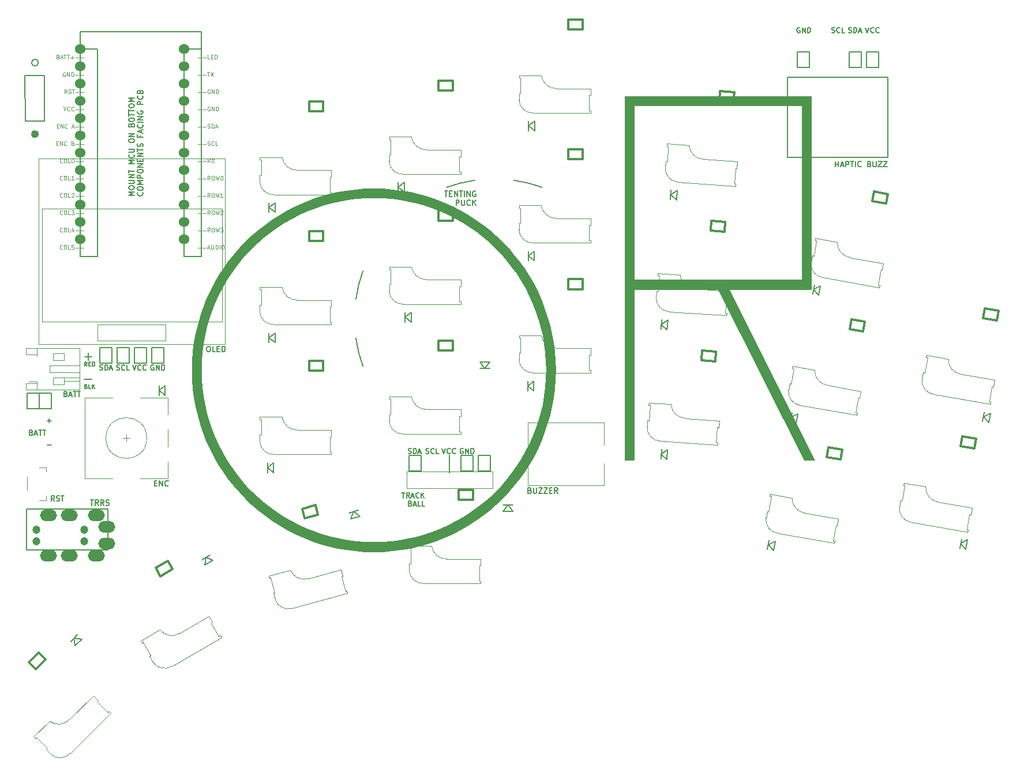
<source format=gto>
G04 #@! TF.GenerationSoftware,KiCad,Pcbnew,7.0.5*
G04 #@! TF.CreationDate,2023-06-17T21:44:29-05:00*
G04 #@! TF.ProjectId,klor1_3_pimoroni,6b6c6f72-315f-4335-9f70-696d6f726f6e,v1.3.0*
G04 #@! TF.SameCoordinates,Original*
G04 #@! TF.FileFunction,Legend,Top*
G04 #@! TF.FilePolarity,Positive*
%FSLAX46Y46*%
G04 Gerber Fmt 4.6, Leading zero omitted, Abs format (unit mm)*
G04 Created by KiCad (PCBNEW 7.0.5) date 2023-06-17 21:44:29*
%MOMM*%
%LPD*%
G01*
G04 APERTURE LIST*
%ADD10C,0.150000*%
%ADD11C,0.000000*%
%ADD12C,0.569975*%
%ADD13C,0.127000*%
%ADD14C,0.100000*%
%ADD15C,0.120000*%
%ADD16C,0.200000*%
%ADD17C,0.300000*%
%ADD18C,1.200000*%
%ADD19O,2.500000X1.700000*%
%ADD20C,1.524000*%
G04 APERTURE END LIST*
D10*
X192600000Y-60975000D02*
X207375000Y-60975000D01*
X207375000Y-72750000D01*
X192600000Y-72750000D01*
X192600000Y-60975000D01*
D11*
G36*
X196189538Y-92174098D02*
G01*
X184120096Y-92174098D01*
X196718912Y-117230555D01*
X195095529Y-117230555D01*
X182496728Y-92174098D01*
X170215532Y-92174098D01*
X170215532Y-117230555D01*
X168768610Y-117230555D01*
X168768610Y-90691889D01*
X170215524Y-90691889D01*
X194742624Y-90691889D01*
X194742624Y-65211947D01*
X170215524Y-65211947D01*
X170215524Y-90691889D01*
X168768610Y-90691889D01*
X168768610Y-63765025D01*
X196189538Y-63765025D01*
X196189538Y-92174098D01*
G37*
D10*
X84560000Y-115000000D02*
X83975000Y-115000000D01*
D11*
G36*
X131925027Y-77281397D02*
G01*
X133296433Y-77316267D01*
X134650216Y-77419743D01*
X135984678Y-77590126D01*
X137298120Y-77825716D01*
X138588841Y-78124815D01*
X139855143Y-78485722D01*
X141095325Y-78906737D01*
X142307689Y-79386162D01*
X143490535Y-79922297D01*
X144642163Y-80513443D01*
X145760874Y-81157899D01*
X146844968Y-81853967D01*
X147892746Y-82599947D01*
X148902509Y-83394139D01*
X149872556Y-84234845D01*
X150801189Y-85120364D01*
X151686708Y-86048997D01*
X152527413Y-87019044D01*
X153321605Y-88028806D01*
X154067585Y-89076584D01*
X154763653Y-90160678D01*
X155408109Y-91279389D01*
X155999255Y-92431016D01*
X156535389Y-93613862D01*
X157014814Y-94826225D01*
X157435830Y-96066407D01*
X157796736Y-97332707D01*
X158095835Y-98623428D01*
X158331425Y-99936868D01*
X158501808Y-101271330D01*
X158605284Y-102625112D01*
X158640153Y-103996516D01*
X158605284Y-105367921D01*
X158501808Y-106721705D01*
X158331425Y-108056167D01*
X158095835Y-109369609D01*
X157796736Y-110660330D01*
X157435830Y-111926632D01*
X157014814Y-113166815D01*
X156535389Y-114379179D01*
X155999255Y-115562025D01*
X155408109Y-116713653D01*
X154763653Y-117832364D01*
X154067585Y-118916459D01*
X153321605Y-119964237D01*
X152527413Y-120974000D01*
X151686708Y-121944048D01*
X150801189Y-122872681D01*
X149872556Y-123758200D01*
X148902509Y-124598906D01*
X147892746Y-125393099D01*
X146844968Y-126139079D01*
X145760874Y-126835147D01*
X144642163Y-127479603D01*
X143490535Y-128070749D01*
X142307689Y-128606884D01*
X141095325Y-129086309D01*
X139855143Y-129507325D01*
X138588841Y-129868232D01*
X137298120Y-130167330D01*
X135984678Y-130402921D01*
X134650216Y-130573304D01*
X133296433Y-130676780D01*
X131925027Y-130711649D01*
X130553623Y-130676780D01*
X129199840Y-130573303D01*
X127865378Y-130402920D01*
X126551937Y-130167330D01*
X125261216Y-129868231D01*
X123994915Y-129507324D01*
X122754733Y-129086308D01*
X121542369Y-128606882D01*
X120359524Y-128070746D01*
X119207896Y-127479600D01*
X118089186Y-126835143D01*
X117005091Y-126139074D01*
X115957313Y-125393094D01*
X114947551Y-124598900D01*
X113977504Y-123758194D01*
X113048871Y-122872674D01*
X112163352Y-121944041D01*
X111322646Y-120973992D01*
X110528454Y-119964229D01*
X109782474Y-118916450D01*
X109086406Y-117832355D01*
X108441950Y-116713644D01*
X107850805Y-115562015D01*
X107314670Y-114379169D01*
X106835245Y-113166805D01*
X106414229Y-111926622D01*
X106053322Y-110660321D01*
X105754224Y-109369599D01*
X105518634Y-108056158D01*
X105348251Y-106721696D01*
X105244775Y-105367913D01*
X105209905Y-103996508D01*
X105210803Y-103961215D01*
X106656827Y-103961215D01*
X106689750Y-105260159D01*
X106787453Y-106542206D01*
X106948342Y-107805759D01*
X107170818Y-109049221D01*
X107453288Y-110270997D01*
X107794154Y-111469491D01*
X108191820Y-112643107D01*
X108644691Y-113790248D01*
X109151170Y-114909318D01*
X109709661Y-115998721D01*
X110318568Y-117056862D01*
X110976296Y-118082144D01*
X111681246Y-119072970D01*
X112431825Y-120027746D01*
X113226435Y-120944874D01*
X114063481Y-121822759D01*
X114941366Y-122659805D01*
X115858495Y-123454415D01*
X116813270Y-124204993D01*
X117804097Y-124909944D01*
X118829379Y-125567671D01*
X119887520Y-126176578D01*
X120976923Y-126735069D01*
X122095994Y-127241547D01*
X123243135Y-127694418D01*
X124416750Y-128092084D01*
X125615244Y-128432950D01*
X126837021Y-128715420D01*
X128080483Y-128937897D01*
X129344036Y-129098785D01*
X130626083Y-129196488D01*
X131925027Y-129229411D01*
X133220868Y-129196488D01*
X134500204Y-129098785D01*
X135761421Y-128937897D01*
X137002903Y-128715420D01*
X138223035Y-128432950D01*
X139420202Y-128092084D01*
X140592787Y-127694418D01*
X141739175Y-127241547D01*
X142857752Y-126735069D01*
X143946900Y-126176578D01*
X145005006Y-125567671D01*
X146030452Y-124909944D01*
X147021625Y-124204993D01*
X147976908Y-123454415D01*
X148894686Y-122659805D01*
X149773344Y-121822759D01*
X150611265Y-120944874D01*
X151406835Y-120027746D01*
X152158438Y-119072970D01*
X152864458Y-118082144D01*
X153523280Y-117056862D01*
X154133289Y-115998721D01*
X154692869Y-114909318D01*
X155200405Y-113790248D01*
X155654280Y-112643107D01*
X156052880Y-111469491D01*
X156394590Y-110270997D01*
X156677793Y-109049221D01*
X156900874Y-107805759D01*
X157062218Y-106542206D01*
X157160208Y-105260159D01*
X157193231Y-103961215D01*
X157160309Y-102662270D01*
X157062605Y-101380224D01*
X156901717Y-100116672D01*
X156679240Y-98873210D01*
X156396770Y-97651434D01*
X156055904Y-96452941D01*
X155658238Y-95279325D01*
X155205367Y-94132185D01*
X154698888Y-93013115D01*
X154140396Y-91923711D01*
X153531489Y-90865570D01*
X152873762Y-89840289D01*
X152168811Y-88849462D01*
X151418232Y-87894686D01*
X150623622Y-86977558D01*
X149786576Y-86099673D01*
X148908690Y-85262627D01*
X147991562Y-84468017D01*
X147036786Y-83717438D01*
X146045959Y-83012487D01*
X145020677Y-82354760D01*
X143962536Y-81745853D01*
X142873132Y-81187362D01*
X141754062Y-80680883D01*
X140606920Y-80228012D01*
X139433305Y-79830345D01*
X138234811Y-79489479D01*
X137013034Y-79207010D01*
X135769572Y-78984533D01*
X134506019Y-78823644D01*
X133223972Y-78725941D01*
X131925027Y-78693018D01*
X130626083Y-78725941D01*
X129344036Y-78823644D01*
X128080483Y-78984533D01*
X126837021Y-79207010D01*
X125615244Y-79489479D01*
X124416750Y-79830345D01*
X123243135Y-80228012D01*
X122095994Y-80680883D01*
X120976923Y-81187362D01*
X119887520Y-81745853D01*
X118829379Y-82354760D01*
X117804097Y-83012487D01*
X116813270Y-83717438D01*
X115858495Y-84468017D01*
X114941366Y-85262627D01*
X114063481Y-86099673D01*
X113226435Y-86977558D01*
X112431825Y-87894686D01*
X111681246Y-88849462D01*
X110976296Y-89840289D01*
X110318568Y-90865570D01*
X109709661Y-91923711D01*
X109151170Y-93013115D01*
X108644691Y-94132185D01*
X108191820Y-95279325D01*
X107794154Y-96452941D01*
X107453288Y-97651434D01*
X107170818Y-98873210D01*
X106948342Y-100116672D01*
X106787453Y-101380224D01*
X106689750Y-102662270D01*
X106656827Y-103961215D01*
X105210803Y-103961215D01*
X105244775Y-102625104D01*
X105348251Y-101271322D01*
X105518634Y-99936861D01*
X105754224Y-98623420D01*
X106053323Y-97332700D01*
X106414229Y-96066399D01*
X106835245Y-94826217D01*
X107314670Y-93613854D01*
X107850805Y-92431009D01*
X108441951Y-91279381D01*
X109086407Y-90160671D01*
X109782475Y-89076577D01*
X110528455Y-88028799D01*
X111322648Y-87019036D01*
X112163353Y-86048989D01*
X113048872Y-85120356D01*
X113977505Y-84234837D01*
X114947553Y-83394132D01*
X115957315Y-82599939D01*
X117005093Y-81853960D01*
X118089187Y-81157892D01*
X119207898Y-80513435D01*
X120359526Y-79922290D01*
X121542371Y-79386155D01*
X122754734Y-78906730D01*
X123994916Y-78485714D01*
X125261218Y-78124807D01*
X126551938Y-77825709D01*
X127865379Y-77590118D01*
X129199841Y-77419736D01*
X130553623Y-77316259D01*
X131925027Y-77281390D01*
X131925027Y-77281397D01*
G37*
D10*
X84259000Y-111083500D02*
X84259000Y-111668500D01*
D12*
X82459987Y-69300000D02*
G75*
G03*
X82459987Y-69300000I-284987J0D01*
G01*
D10*
X84550000Y-111375000D02*
X83965000Y-111375000D01*
X90537000Y-101998000D02*
X89468000Y-101998000D01*
D13*
X143043000Y-118997000D02*
X143043000Y-116440000D01*
D10*
X82669975Y-58800000D02*
G75*
G03*
X82669975Y-58800000I-494975J0D01*
G01*
X90502000Y-105352000D02*
X89433000Y-105352000D01*
X89991000Y-101447000D02*
X89991000Y-102516000D01*
D14*
X85391497Y-68122085D02*
X85591497Y-68122085D01*
X85677211Y-68436371D02*
X85391497Y-68436371D01*
X85391497Y-68436371D02*
X85391497Y-67836371D01*
X85391497Y-67836371D02*
X85677211Y-67836371D01*
X85934354Y-68436371D02*
X85934354Y-67836371D01*
X85934354Y-67836371D02*
X86277211Y-68436371D01*
X86277211Y-68436371D02*
X86277211Y-67836371D01*
X86905782Y-68379228D02*
X86877210Y-68407800D01*
X86877210Y-68407800D02*
X86791496Y-68436371D01*
X86791496Y-68436371D02*
X86734353Y-68436371D01*
X86734353Y-68436371D02*
X86648639Y-68407800D01*
X86648639Y-68407800D02*
X86591496Y-68350657D01*
X86591496Y-68350657D02*
X86562925Y-68293514D01*
X86562925Y-68293514D02*
X86534353Y-68179228D01*
X86534353Y-68179228D02*
X86534353Y-68093514D01*
X86534353Y-68093514D02*
X86562925Y-67979228D01*
X86562925Y-67979228D02*
X86591496Y-67922085D01*
X86591496Y-67922085D02*
X86648639Y-67864942D01*
X86648639Y-67864942D02*
X86734353Y-67836371D01*
X86734353Y-67836371D02*
X86791496Y-67836371D01*
X86791496Y-67836371D02*
X86877210Y-67864942D01*
X86877210Y-67864942D02*
X86905782Y-67893514D01*
X87591496Y-68264942D02*
X87877211Y-68264942D01*
X87534353Y-68436371D02*
X87734353Y-67836371D01*
X87734353Y-67836371D02*
X87934353Y-68436371D01*
X88134354Y-68207800D02*
X88591497Y-68207800D01*
X88877211Y-68207800D02*
X89334354Y-68207800D01*
D13*
X136969341Y-116188626D02*
X137078199Y-116224911D01*
X137078199Y-116224911D02*
X137259627Y-116224911D01*
X137259627Y-116224911D02*
X137332199Y-116188626D01*
X137332199Y-116188626D02*
X137368484Y-116152340D01*
X137368484Y-116152340D02*
X137404770Y-116079768D01*
X137404770Y-116079768D02*
X137404770Y-116007197D01*
X137404770Y-116007197D02*
X137368484Y-115934626D01*
X137368484Y-115934626D02*
X137332199Y-115898340D01*
X137332199Y-115898340D02*
X137259627Y-115862054D01*
X137259627Y-115862054D02*
X137114484Y-115825768D01*
X137114484Y-115825768D02*
X137041913Y-115789483D01*
X137041913Y-115789483D02*
X137005627Y-115753197D01*
X137005627Y-115753197D02*
X136969341Y-115680626D01*
X136969341Y-115680626D02*
X136969341Y-115608054D01*
X136969341Y-115608054D02*
X137005627Y-115535483D01*
X137005627Y-115535483D02*
X137041913Y-115499197D01*
X137041913Y-115499197D02*
X137114484Y-115462911D01*
X137114484Y-115462911D02*
X137295913Y-115462911D01*
X137295913Y-115462911D02*
X137404770Y-115499197D01*
X137731341Y-116224911D02*
X137731341Y-115462911D01*
X137731341Y-115462911D02*
X137912770Y-115462911D01*
X137912770Y-115462911D02*
X138021627Y-115499197D01*
X138021627Y-115499197D02*
X138094198Y-115571768D01*
X138094198Y-115571768D02*
X138130484Y-115644340D01*
X138130484Y-115644340D02*
X138166770Y-115789483D01*
X138166770Y-115789483D02*
X138166770Y-115898340D01*
X138166770Y-115898340D02*
X138130484Y-116043483D01*
X138130484Y-116043483D02*
X138094198Y-116116054D01*
X138094198Y-116116054D02*
X138021627Y-116188626D01*
X138021627Y-116188626D02*
X137912770Y-116224911D01*
X137912770Y-116224911D02*
X137731341Y-116224911D01*
X138457055Y-116007197D02*
X138819913Y-116007197D01*
X138384484Y-116224911D02*
X138638484Y-115462911D01*
X138638484Y-115462911D02*
X138892484Y-116224911D01*
D14*
X106051646Y-85977800D02*
X106508789Y-85977800D01*
X106794503Y-85977800D02*
X107251646Y-85977800D01*
X107508788Y-86034942D02*
X107794503Y-86034942D01*
X107451645Y-86206371D02*
X107651645Y-85606371D01*
X107651645Y-85606371D02*
X107851645Y-86206371D01*
X108051646Y-85606371D02*
X108051646Y-86092085D01*
X108051646Y-86092085D02*
X108080217Y-86149228D01*
X108080217Y-86149228D02*
X108108789Y-86177800D01*
X108108789Y-86177800D02*
X108165931Y-86206371D01*
X108165931Y-86206371D02*
X108280217Y-86206371D01*
X108280217Y-86206371D02*
X108337360Y-86177800D01*
X108337360Y-86177800D02*
X108365931Y-86149228D01*
X108365931Y-86149228D02*
X108394503Y-86092085D01*
X108394503Y-86092085D02*
X108394503Y-85606371D01*
X108680217Y-86206371D02*
X108680217Y-85606371D01*
X108680217Y-85606371D02*
X108823074Y-85606371D01*
X108823074Y-85606371D02*
X108908788Y-85634942D01*
X108908788Y-85634942D02*
X108965931Y-85692085D01*
X108965931Y-85692085D02*
X108994502Y-85749228D01*
X108994502Y-85749228D02*
X109023074Y-85863514D01*
X109023074Y-85863514D02*
X109023074Y-85949228D01*
X109023074Y-85949228D02*
X108994502Y-86063514D01*
X108994502Y-86063514D02*
X108965931Y-86120657D01*
X108965931Y-86120657D02*
X108908788Y-86177800D01*
X108908788Y-86177800D02*
X108823074Y-86206371D01*
X108823074Y-86206371D02*
X108680217Y-86206371D01*
X109280217Y-86206371D02*
X109280217Y-85606371D01*
X109680216Y-85606371D02*
X109794502Y-85606371D01*
X109794502Y-85606371D02*
X109851645Y-85634942D01*
X109851645Y-85634942D02*
X109908788Y-85692085D01*
X109908788Y-85692085D02*
X109937359Y-85806371D01*
X109937359Y-85806371D02*
X109937359Y-86006371D01*
X109937359Y-86006371D02*
X109908788Y-86120657D01*
X109908788Y-86120657D02*
X109851645Y-86177800D01*
X109851645Y-86177800D02*
X109794502Y-86206371D01*
X109794502Y-86206371D02*
X109680216Y-86206371D01*
X109680216Y-86206371D02*
X109623074Y-86177800D01*
X109623074Y-86177800D02*
X109565931Y-86120657D01*
X109565931Y-86120657D02*
X109537359Y-86006371D01*
X109537359Y-86006371D02*
X109537359Y-85806371D01*
X109537359Y-85806371D02*
X109565931Y-85692085D01*
X109565931Y-85692085D02*
X109623074Y-85634942D01*
X109623074Y-85634942D02*
X109680216Y-85606371D01*
X106051646Y-80897800D02*
X106508789Y-80897800D01*
X106794503Y-80897800D02*
X107251646Y-80897800D01*
X107880217Y-81126371D02*
X107680217Y-80840657D01*
X107537360Y-81126371D02*
X107537360Y-80526371D01*
X107537360Y-80526371D02*
X107765931Y-80526371D01*
X107765931Y-80526371D02*
X107823074Y-80554942D01*
X107823074Y-80554942D02*
X107851645Y-80583514D01*
X107851645Y-80583514D02*
X107880217Y-80640657D01*
X107880217Y-80640657D02*
X107880217Y-80726371D01*
X107880217Y-80726371D02*
X107851645Y-80783514D01*
X107851645Y-80783514D02*
X107823074Y-80812085D01*
X107823074Y-80812085D02*
X107765931Y-80840657D01*
X107765931Y-80840657D02*
X107537360Y-80840657D01*
X108251645Y-80526371D02*
X108365931Y-80526371D01*
X108365931Y-80526371D02*
X108423074Y-80554942D01*
X108423074Y-80554942D02*
X108480217Y-80612085D01*
X108480217Y-80612085D02*
X108508788Y-80726371D01*
X108508788Y-80726371D02*
X108508788Y-80926371D01*
X108508788Y-80926371D02*
X108480217Y-81040657D01*
X108480217Y-81040657D02*
X108423074Y-81097800D01*
X108423074Y-81097800D02*
X108365931Y-81126371D01*
X108365931Y-81126371D02*
X108251645Y-81126371D01*
X108251645Y-81126371D02*
X108194503Y-81097800D01*
X108194503Y-81097800D02*
X108137360Y-81040657D01*
X108137360Y-81040657D02*
X108108788Y-80926371D01*
X108108788Y-80926371D02*
X108108788Y-80726371D01*
X108108788Y-80726371D02*
X108137360Y-80612085D01*
X108137360Y-80612085D02*
X108194503Y-80554942D01*
X108194503Y-80554942D02*
X108251645Y-80526371D01*
X108708788Y-80526371D02*
X108851645Y-81126371D01*
X108851645Y-81126371D02*
X108965931Y-80697800D01*
X108965931Y-80697800D02*
X109080216Y-81126371D01*
X109080216Y-81126371D02*
X109223074Y-80526371D01*
X109423073Y-80583514D02*
X109451645Y-80554942D01*
X109451645Y-80554942D02*
X109508788Y-80526371D01*
X109508788Y-80526371D02*
X109651645Y-80526371D01*
X109651645Y-80526371D02*
X109708788Y-80554942D01*
X109708788Y-80554942D02*
X109737359Y-80583514D01*
X109737359Y-80583514D02*
X109765930Y-80640657D01*
X109765930Y-80640657D02*
X109765930Y-80697800D01*
X109765930Y-80697800D02*
X109737359Y-80783514D01*
X109737359Y-80783514D02*
X109394502Y-81126371D01*
X109394502Y-81126371D02*
X109765930Y-81126371D01*
D13*
X99618715Y-103236197D02*
X99546144Y-103199911D01*
X99546144Y-103199911D02*
X99437286Y-103199911D01*
X99437286Y-103199911D02*
X99328429Y-103236197D01*
X99328429Y-103236197D02*
X99255858Y-103308768D01*
X99255858Y-103308768D02*
X99219572Y-103381340D01*
X99219572Y-103381340D02*
X99183286Y-103526483D01*
X99183286Y-103526483D02*
X99183286Y-103635340D01*
X99183286Y-103635340D02*
X99219572Y-103780483D01*
X99219572Y-103780483D02*
X99255858Y-103853054D01*
X99255858Y-103853054D02*
X99328429Y-103925626D01*
X99328429Y-103925626D02*
X99437286Y-103961911D01*
X99437286Y-103961911D02*
X99509858Y-103961911D01*
X99509858Y-103961911D02*
X99618715Y-103925626D01*
X99618715Y-103925626D02*
X99655001Y-103889340D01*
X99655001Y-103889340D02*
X99655001Y-103635340D01*
X99655001Y-103635340D02*
X99509858Y-103635340D01*
X99981572Y-103961911D02*
X99981572Y-103199911D01*
X99981572Y-103199911D02*
X100417001Y-103961911D01*
X100417001Y-103961911D02*
X100417001Y-103199911D01*
X100779858Y-103961911D02*
X100779858Y-103199911D01*
X100779858Y-103199911D02*
X100961287Y-103199911D01*
X100961287Y-103199911D02*
X101070144Y-103236197D01*
X101070144Y-103236197D02*
X101142715Y-103308768D01*
X101142715Y-103308768D02*
X101179001Y-103381340D01*
X101179001Y-103381340D02*
X101215287Y-103526483D01*
X101215287Y-103526483D02*
X101215287Y-103635340D01*
X101215287Y-103635340D02*
X101179001Y-103780483D01*
X101179001Y-103780483D02*
X101142715Y-103853054D01*
X101142715Y-103853054D02*
X101070144Y-103925626D01*
X101070144Y-103925626D02*
X100961287Y-103961911D01*
X100961287Y-103961911D02*
X100779858Y-103961911D01*
D10*
X107588095Y-100462295D02*
X107740476Y-100462295D01*
X107740476Y-100462295D02*
X107816666Y-100500390D01*
X107816666Y-100500390D02*
X107892857Y-100576580D01*
X107892857Y-100576580D02*
X107930952Y-100728961D01*
X107930952Y-100728961D02*
X107930952Y-100995628D01*
X107930952Y-100995628D02*
X107892857Y-101148009D01*
X107892857Y-101148009D02*
X107816666Y-101224200D01*
X107816666Y-101224200D02*
X107740476Y-101262295D01*
X107740476Y-101262295D02*
X107588095Y-101262295D01*
X107588095Y-101262295D02*
X107511904Y-101224200D01*
X107511904Y-101224200D02*
X107435714Y-101148009D01*
X107435714Y-101148009D02*
X107397618Y-100995628D01*
X107397618Y-100995628D02*
X107397618Y-100728961D01*
X107397618Y-100728961D02*
X107435714Y-100576580D01*
X107435714Y-100576580D02*
X107511904Y-100500390D01*
X107511904Y-100500390D02*
X107588095Y-100462295D01*
X108654761Y-101262295D02*
X108273809Y-101262295D01*
X108273809Y-101262295D02*
X108273809Y-100462295D01*
X108921428Y-100843247D02*
X109188094Y-100843247D01*
X109302380Y-101262295D02*
X108921428Y-101262295D01*
X108921428Y-101262295D02*
X108921428Y-100462295D01*
X108921428Y-100462295D02*
X109302380Y-100462295D01*
X109645238Y-101262295D02*
X109645238Y-100462295D01*
X109645238Y-100462295D02*
X109835714Y-100462295D01*
X109835714Y-100462295D02*
X109950000Y-100500390D01*
X109950000Y-100500390D02*
X110026190Y-100576580D01*
X110026190Y-100576580D02*
X110064285Y-100652771D01*
X110064285Y-100652771D02*
X110102381Y-100805152D01*
X110102381Y-100805152D02*
X110102381Y-100919438D01*
X110102381Y-100919438D02*
X110064285Y-101071819D01*
X110064285Y-101071819D02*
X110026190Y-101148009D01*
X110026190Y-101148009D02*
X109950000Y-101224200D01*
X109950000Y-101224200D02*
X109835714Y-101262295D01*
X109835714Y-101262295D02*
X109645238Y-101262295D01*
D13*
X141933340Y-115462911D02*
X142187340Y-116224911D01*
X142187340Y-116224911D02*
X142441340Y-115462911D01*
X143130769Y-116152340D02*
X143094483Y-116188626D01*
X143094483Y-116188626D02*
X142985626Y-116224911D01*
X142985626Y-116224911D02*
X142913054Y-116224911D01*
X142913054Y-116224911D02*
X142804197Y-116188626D01*
X142804197Y-116188626D02*
X142731626Y-116116054D01*
X142731626Y-116116054D02*
X142695340Y-116043483D01*
X142695340Y-116043483D02*
X142659054Y-115898340D01*
X142659054Y-115898340D02*
X142659054Y-115789483D01*
X142659054Y-115789483D02*
X142695340Y-115644340D01*
X142695340Y-115644340D02*
X142731626Y-115571768D01*
X142731626Y-115571768D02*
X142804197Y-115499197D01*
X142804197Y-115499197D02*
X142913054Y-115462911D01*
X142913054Y-115462911D02*
X142985626Y-115462911D01*
X142985626Y-115462911D02*
X143094483Y-115499197D01*
X143094483Y-115499197D02*
X143130769Y-115535483D01*
X143892769Y-116152340D02*
X143856483Y-116188626D01*
X143856483Y-116188626D02*
X143747626Y-116224911D01*
X143747626Y-116224911D02*
X143675054Y-116224911D01*
X143675054Y-116224911D02*
X143566197Y-116188626D01*
X143566197Y-116188626D02*
X143493626Y-116116054D01*
X143493626Y-116116054D02*
X143457340Y-116043483D01*
X143457340Y-116043483D02*
X143421054Y-115898340D01*
X143421054Y-115898340D02*
X143421054Y-115789483D01*
X143421054Y-115789483D02*
X143457340Y-115644340D01*
X143457340Y-115644340D02*
X143493626Y-115571768D01*
X143493626Y-115571768D02*
X143566197Y-115499197D01*
X143566197Y-115499197D02*
X143675054Y-115462911D01*
X143675054Y-115462911D02*
X143747626Y-115462911D01*
X143747626Y-115462911D02*
X143856483Y-115499197D01*
X143856483Y-115499197D02*
X143892769Y-115535483D01*
D10*
X86679761Y-107468247D02*
X86794047Y-107506342D01*
X86794047Y-107506342D02*
X86832142Y-107544438D01*
X86832142Y-107544438D02*
X86870238Y-107620628D01*
X86870238Y-107620628D02*
X86870238Y-107734914D01*
X86870238Y-107734914D02*
X86832142Y-107811104D01*
X86832142Y-107811104D02*
X86794047Y-107849200D01*
X86794047Y-107849200D02*
X86717857Y-107887295D01*
X86717857Y-107887295D02*
X86413095Y-107887295D01*
X86413095Y-107887295D02*
X86413095Y-107087295D01*
X86413095Y-107087295D02*
X86679761Y-107087295D01*
X86679761Y-107087295D02*
X86755952Y-107125390D01*
X86755952Y-107125390D02*
X86794047Y-107163485D01*
X86794047Y-107163485D02*
X86832142Y-107239676D01*
X86832142Y-107239676D02*
X86832142Y-107315866D01*
X86832142Y-107315866D02*
X86794047Y-107392057D01*
X86794047Y-107392057D02*
X86755952Y-107430152D01*
X86755952Y-107430152D02*
X86679761Y-107468247D01*
X86679761Y-107468247D02*
X86413095Y-107468247D01*
X87174999Y-107658723D02*
X87555952Y-107658723D01*
X87098809Y-107887295D02*
X87365476Y-107087295D01*
X87365476Y-107087295D02*
X87632142Y-107887295D01*
X87784523Y-107087295D02*
X88241666Y-107087295D01*
X88013094Y-107887295D02*
X88013094Y-107087295D01*
X88394047Y-107087295D02*
X88851190Y-107087295D01*
X88622618Y-107887295D02*
X88622618Y-107087295D01*
D13*
X199106571Y-54359626D02*
X199215429Y-54395911D01*
X199215429Y-54395911D02*
X199396857Y-54395911D01*
X199396857Y-54395911D02*
X199469429Y-54359626D01*
X199469429Y-54359626D02*
X199505714Y-54323340D01*
X199505714Y-54323340D02*
X199542000Y-54250768D01*
X199542000Y-54250768D02*
X199542000Y-54178197D01*
X199542000Y-54178197D02*
X199505714Y-54105626D01*
X199505714Y-54105626D02*
X199469429Y-54069340D01*
X199469429Y-54069340D02*
X199396857Y-54033054D01*
X199396857Y-54033054D02*
X199251714Y-53996768D01*
X199251714Y-53996768D02*
X199179143Y-53960483D01*
X199179143Y-53960483D02*
X199142857Y-53924197D01*
X199142857Y-53924197D02*
X199106571Y-53851626D01*
X199106571Y-53851626D02*
X199106571Y-53779054D01*
X199106571Y-53779054D02*
X199142857Y-53706483D01*
X199142857Y-53706483D02*
X199179143Y-53670197D01*
X199179143Y-53670197D02*
X199251714Y-53633911D01*
X199251714Y-53633911D02*
X199433143Y-53633911D01*
X199433143Y-53633911D02*
X199542000Y-53670197D01*
X200304000Y-54323340D02*
X200267714Y-54359626D01*
X200267714Y-54359626D02*
X200158857Y-54395911D01*
X200158857Y-54395911D02*
X200086285Y-54395911D01*
X200086285Y-54395911D02*
X199977428Y-54359626D01*
X199977428Y-54359626D02*
X199904857Y-54287054D01*
X199904857Y-54287054D02*
X199868571Y-54214483D01*
X199868571Y-54214483D02*
X199832285Y-54069340D01*
X199832285Y-54069340D02*
X199832285Y-53960483D01*
X199832285Y-53960483D02*
X199868571Y-53815340D01*
X199868571Y-53815340D02*
X199904857Y-53742768D01*
X199904857Y-53742768D02*
X199977428Y-53670197D01*
X199977428Y-53670197D02*
X200086285Y-53633911D01*
X200086285Y-53633911D02*
X200158857Y-53633911D01*
X200158857Y-53633911D02*
X200267714Y-53670197D01*
X200267714Y-53670197D02*
X200304000Y-53706483D01*
X200993428Y-54395911D02*
X200630571Y-54395911D01*
X200630571Y-54395911D02*
X200630571Y-53633911D01*
D14*
X86334353Y-65296371D02*
X86534353Y-65896371D01*
X86534353Y-65896371D02*
X86734353Y-65296371D01*
X87277211Y-65839228D02*
X87248639Y-65867800D01*
X87248639Y-65867800D02*
X87162925Y-65896371D01*
X87162925Y-65896371D02*
X87105782Y-65896371D01*
X87105782Y-65896371D02*
X87020068Y-65867800D01*
X87020068Y-65867800D02*
X86962925Y-65810657D01*
X86962925Y-65810657D02*
X86934354Y-65753514D01*
X86934354Y-65753514D02*
X86905782Y-65639228D01*
X86905782Y-65639228D02*
X86905782Y-65553514D01*
X86905782Y-65553514D02*
X86934354Y-65439228D01*
X86934354Y-65439228D02*
X86962925Y-65382085D01*
X86962925Y-65382085D02*
X87020068Y-65324942D01*
X87020068Y-65324942D02*
X87105782Y-65296371D01*
X87105782Y-65296371D02*
X87162925Y-65296371D01*
X87162925Y-65296371D02*
X87248639Y-65324942D01*
X87248639Y-65324942D02*
X87277211Y-65353514D01*
X87877211Y-65839228D02*
X87848639Y-65867800D01*
X87848639Y-65867800D02*
X87762925Y-65896371D01*
X87762925Y-65896371D02*
X87705782Y-65896371D01*
X87705782Y-65896371D02*
X87620068Y-65867800D01*
X87620068Y-65867800D02*
X87562925Y-65810657D01*
X87562925Y-65810657D02*
X87534354Y-65753514D01*
X87534354Y-65753514D02*
X87505782Y-65639228D01*
X87505782Y-65639228D02*
X87505782Y-65553514D01*
X87505782Y-65553514D02*
X87534354Y-65439228D01*
X87534354Y-65439228D02*
X87562925Y-65382085D01*
X87562925Y-65382085D02*
X87620068Y-65324942D01*
X87620068Y-65324942D02*
X87705782Y-65296371D01*
X87705782Y-65296371D02*
X87762925Y-65296371D01*
X87762925Y-65296371D02*
X87848639Y-65324942D01*
X87848639Y-65324942D02*
X87877211Y-65353514D01*
X88134354Y-65667800D02*
X88591497Y-65667800D01*
X88877211Y-65667800D02*
X89334354Y-65667800D01*
D10*
X89666541Y-106355485D02*
X89752255Y-106384057D01*
X89752255Y-106384057D02*
X89780826Y-106412628D01*
X89780826Y-106412628D02*
X89809398Y-106469771D01*
X89809398Y-106469771D02*
X89809398Y-106555485D01*
X89809398Y-106555485D02*
X89780826Y-106612628D01*
X89780826Y-106612628D02*
X89752255Y-106641200D01*
X89752255Y-106641200D02*
X89695112Y-106669771D01*
X89695112Y-106669771D02*
X89466541Y-106669771D01*
X89466541Y-106669771D02*
X89466541Y-106069771D01*
X89466541Y-106069771D02*
X89666541Y-106069771D01*
X89666541Y-106069771D02*
X89723684Y-106098342D01*
X89723684Y-106098342D02*
X89752255Y-106126914D01*
X89752255Y-106126914D02*
X89780826Y-106184057D01*
X89780826Y-106184057D02*
X89780826Y-106241200D01*
X89780826Y-106241200D02*
X89752255Y-106298342D01*
X89752255Y-106298342D02*
X89723684Y-106326914D01*
X89723684Y-106326914D02*
X89666541Y-106355485D01*
X89666541Y-106355485D02*
X89466541Y-106355485D01*
X90352255Y-106669771D02*
X90066541Y-106669771D01*
X90066541Y-106669771D02*
X90066541Y-106069771D01*
X90552255Y-106669771D02*
X90552255Y-106069771D01*
X90895112Y-106669771D02*
X90637969Y-106326914D01*
X90895112Y-106069771D02*
X90552255Y-106412628D01*
D14*
X106051646Y-58037800D02*
X106508789Y-58037800D01*
X106794503Y-58037800D02*
X107251646Y-58037800D01*
X107823074Y-58266371D02*
X107537360Y-58266371D01*
X107537360Y-58266371D02*
X107537360Y-57666371D01*
X108023074Y-57952085D02*
X108223074Y-57952085D01*
X108308788Y-58266371D02*
X108023074Y-58266371D01*
X108023074Y-58266371D02*
X108023074Y-57666371D01*
X108023074Y-57666371D02*
X108308788Y-57666371D01*
X108565931Y-58266371D02*
X108565931Y-57666371D01*
X108565931Y-57666371D02*
X108708788Y-57666371D01*
X108708788Y-57666371D02*
X108794502Y-57694942D01*
X108794502Y-57694942D02*
X108851645Y-57752085D01*
X108851645Y-57752085D02*
X108880216Y-57809228D01*
X108880216Y-57809228D02*
X108908788Y-57923514D01*
X108908788Y-57923514D02*
X108908788Y-58009228D01*
X108908788Y-58009228D02*
X108880216Y-58123514D01*
X108880216Y-58123514D02*
X108851645Y-58180657D01*
X108851645Y-58180657D02*
X108794502Y-58237800D01*
X108794502Y-58237800D02*
X108708788Y-58266371D01*
X108708788Y-58266371D02*
X108565931Y-58266371D01*
D13*
X194419428Y-53670197D02*
X194346857Y-53633911D01*
X194346857Y-53633911D02*
X194237999Y-53633911D01*
X194237999Y-53633911D02*
X194129142Y-53670197D01*
X194129142Y-53670197D02*
X194056571Y-53742768D01*
X194056571Y-53742768D02*
X194020285Y-53815340D01*
X194020285Y-53815340D02*
X193983999Y-53960483D01*
X193983999Y-53960483D02*
X193983999Y-54069340D01*
X193983999Y-54069340D02*
X194020285Y-54214483D01*
X194020285Y-54214483D02*
X194056571Y-54287054D01*
X194056571Y-54287054D02*
X194129142Y-54359626D01*
X194129142Y-54359626D02*
X194237999Y-54395911D01*
X194237999Y-54395911D02*
X194310571Y-54395911D01*
X194310571Y-54395911D02*
X194419428Y-54359626D01*
X194419428Y-54359626D02*
X194455714Y-54323340D01*
X194455714Y-54323340D02*
X194455714Y-54069340D01*
X194455714Y-54069340D02*
X194310571Y-54069340D01*
X194782285Y-54395911D02*
X194782285Y-53633911D01*
X194782285Y-53633911D02*
X195217714Y-54395911D01*
X195217714Y-54395911D02*
X195217714Y-53633911D01*
X195580571Y-54395911D02*
X195580571Y-53633911D01*
X195580571Y-53633911D02*
X195762000Y-53633911D01*
X195762000Y-53633911D02*
X195870857Y-53670197D01*
X195870857Y-53670197D02*
X195943428Y-53742768D01*
X195943428Y-53742768D02*
X195979714Y-53815340D01*
X195979714Y-53815340D02*
X196016000Y-53960483D01*
X196016000Y-53960483D02*
X196016000Y-54069340D01*
X196016000Y-54069340D02*
X195979714Y-54214483D01*
X195979714Y-54214483D02*
X195943428Y-54287054D01*
X195943428Y-54287054D02*
X195870857Y-54359626D01*
X195870857Y-54359626D02*
X195762000Y-54395911D01*
X195762000Y-54395911D02*
X195580571Y-54395911D01*
D14*
X86191497Y-86159228D02*
X86162925Y-86187800D01*
X86162925Y-86187800D02*
X86077211Y-86216371D01*
X86077211Y-86216371D02*
X86020068Y-86216371D01*
X86020068Y-86216371D02*
X85934354Y-86187800D01*
X85934354Y-86187800D02*
X85877211Y-86130657D01*
X85877211Y-86130657D02*
X85848640Y-86073514D01*
X85848640Y-86073514D02*
X85820068Y-85959228D01*
X85820068Y-85959228D02*
X85820068Y-85873514D01*
X85820068Y-85873514D02*
X85848640Y-85759228D01*
X85848640Y-85759228D02*
X85877211Y-85702085D01*
X85877211Y-85702085D02*
X85934354Y-85644942D01*
X85934354Y-85644942D02*
X86020068Y-85616371D01*
X86020068Y-85616371D02*
X86077211Y-85616371D01*
X86077211Y-85616371D02*
X86162925Y-85644942D01*
X86162925Y-85644942D02*
X86191497Y-85673514D01*
X86562925Y-85616371D02*
X86677211Y-85616371D01*
X86677211Y-85616371D02*
X86734354Y-85644942D01*
X86734354Y-85644942D02*
X86791497Y-85702085D01*
X86791497Y-85702085D02*
X86820068Y-85816371D01*
X86820068Y-85816371D02*
X86820068Y-86016371D01*
X86820068Y-86016371D02*
X86791497Y-86130657D01*
X86791497Y-86130657D02*
X86734354Y-86187800D01*
X86734354Y-86187800D02*
X86677211Y-86216371D01*
X86677211Y-86216371D02*
X86562925Y-86216371D01*
X86562925Y-86216371D02*
X86505783Y-86187800D01*
X86505783Y-86187800D02*
X86448640Y-86130657D01*
X86448640Y-86130657D02*
X86420068Y-86016371D01*
X86420068Y-86016371D02*
X86420068Y-85816371D01*
X86420068Y-85816371D02*
X86448640Y-85702085D01*
X86448640Y-85702085D02*
X86505783Y-85644942D01*
X86505783Y-85644942D02*
X86562925Y-85616371D01*
X87362925Y-86216371D02*
X87077211Y-86216371D01*
X87077211Y-86216371D02*
X87077211Y-85616371D01*
X87848639Y-85616371D02*
X87562925Y-85616371D01*
X87562925Y-85616371D02*
X87534353Y-85902085D01*
X87534353Y-85902085D02*
X87562925Y-85873514D01*
X87562925Y-85873514D02*
X87620068Y-85844942D01*
X87620068Y-85844942D02*
X87762925Y-85844942D01*
X87762925Y-85844942D02*
X87820068Y-85873514D01*
X87820068Y-85873514D02*
X87848639Y-85902085D01*
X87848639Y-85902085D02*
X87877210Y-85959228D01*
X87877210Y-85959228D02*
X87877210Y-86102085D01*
X87877210Y-86102085D02*
X87848639Y-86159228D01*
X87848639Y-86159228D02*
X87820068Y-86187800D01*
X87820068Y-86187800D02*
X87762925Y-86216371D01*
X87762925Y-86216371D02*
X87620068Y-86216371D01*
X87620068Y-86216371D02*
X87562925Y-86187800D01*
X87562925Y-86187800D02*
X87534353Y-86159228D01*
X88134354Y-85987800D02*
X88591497Y-85987800D01*
X88877211Y-85987800D02*
X89334354Y-85987800D01*
D10*
X96743295Y-78310839D02*
X95943295Y-78310839D01*
X95943295Y-78310839D02*
X96514723Y-78044173D01*
X96514723Y-78044173D02*
X95943295Y-77777506D01*
X95943295Y-77777506D02*
X96743295Y-77777506D01*
X95943295Y-77244172D02*
X95943295Y-77091791D01*
X95943295Y-77091791D02*
X95981390Y-77015601D01*
X95981390Y-77015601D02*
X96057580Y-76939410D01*
X96057580Y-76939410D02*
X96209961Y-76901315D01*
X96209961Y-76901315D02*
X96476628Y-76901315D01*
X96476628Y-76901315D02*
X96629009Y-76939410D01*
X96629009Y-76939410D02*
X96705200Y-77015601D01*
X96705200Y-77015601D02*
X96743295Y-77091791D01*
X96743295Y-77091791D02*
X96743295Y-77244172D01*
X96743295Y-77244172D02*
X96705200Y-77320363D01*
X96705200Y-77320363D02*
X96629009Y-77396553D01*
X96629009Y-77396553D02*
X96476628Y-77434649D01*
X96476628Y-77434649D02*
X96209961Y-77434649D01*
X96209961Y-77434649D02*
X96057580Y-77396553D01*
X96057580Y-77396553D02*
X95981390Y-77320363D01*
X95981390Y-77320363D02*
X95943295Y-77244172D01*
X95943295Y-76558458D02*
X96590914Y-76558458D01*
X96590914Y-76558458D02*
X96667104Y-76520363D01*
X96667104Y-76520363D02*
X96705200Y-76482268D01*
X96705200Y-76482268D02*
X96743295Y-76406077D01*
X96743295Y-76406077D02*
X96743295Y-76253696D01*
X96743295Y-76253696D02*
X96705200Y-76177506D01*
X96705200Y-76177506D02*
X96667104Y-76139411D01*
X96667104Y-76139411D02*
X96590914Y-76101315D01*
X96590914Y-76101315D02*
X95943295Y-76101315D01*
X96743295Y-75720363D02*
X95943295Y-75720363D01*
X95943295Y-75720363D02*
X96743295Y-75263220D01*
X96743295Y-75263220D02*
X95943295Y-75263220D01*
X95943295Y-74996554D02*
X95943295Y-74539411D01*
X96743295Y-74767983D02*
X95943295Y-74767983D01*
X96743295Y-73663220D02*
X95943295Y-73663220D01*
X95943295Y-73663220D02*
X96514723Y-73396554D01*
X96514723Y-73396554D02*
X95943295Y-73129887D01*
X95943295Y-73129887D02*
X96743295Y-73129887D01*
X96667104Y-72291791D02*
X96705200Y-72329887D01*
X96705200Y-72329887D02*
X96743295Y-72444172D01*
X96743295Y-72444172D02*
X96743295Y-72520363D01*
X96743295Y-72520363D02*
X96705200Y-72634649D01*
X96705200Y-72634649D02*
X96629009Y-72710839D01*
X96629009Y-72710839D02*
X96552819Y-72748934D01*
X96552819Y-72748934D02*
X96400438Y-72787030D01*
X96400438Y-72787030D02*
X96286152Y-72787030D01*
X96286152Y-72787030D02*
X96133771Y-72748934D01*
X96133771Y-72748934D02*
X96057580Y-72710839D01*
X96057580Y-72710839D02*
X95981390Y-72634649D01*
X95981390Y-72634649D02*
X95943295Y-72520363D01*
X95943295Y-72520363D02*
X95943295Y-72444172D01*
X95943295Y-72444172D02*
X95981390Y-72329887D01*
X95981390Y-72329887D02*
X96019485Y-72291791D01*
X95943295Y-71948934D02*
X96590914Y-71948934D01*
X96590914Y-71948934D02*
X96667104Y-71910839D01*
X96667104Y-71910839D02*
X96705200Y-71872744D01*
X96705200Y-71872744D02*
X96743295Y-71796553D01*
X96743295Y-71796553D02*
X96743295Y-71644172D01*
X96743295Y-71644172D02*
X96705200Y-71567982D01*
X96705200Y-71567982D02*
X96667104Y-71529887D01*
X96667104Y-71529887D02*
X96590914Y-71491791D01*
X96590914Y-71491791D02*
X95943295Y-71491791D01*
X95943295Y-70348934D02*
X95943295Y-70196553D01*
X95943295Y-70196553D02*
X95981390Y-70120363D01*
X95981390Y-70120363D02*
X96057580Y-70044172D01*
X96057580Y-70044172D02*
X96209961Y-70006077D01*
X96209961Y-70006077D02*
X96476628Y-70006077D01*
X96476628Y-70006077D02*
X96629009Y-70044172D01*
X96629009Y-70044172D02*
X96705200Y-70120363D01*
X96705200Y-70120363D02*
X96743295Y-70196553D01*
X96743295Y-70196553D02*
X96743295Y-70348934D01*
X96743295Y-70348934D02*
X96705200Y-70425125D01*
X96705200Y-70425125D02*
X96629009Y-70501315D01*
X96629009Y-70501315D02*
X96476628Y-70539411D01*
X96476628Y-70539411D02*
X96209961Y-70539411D01*
X96209961Y-70539411D02*
X96057580Y-70501315D01*
X96057580Y-70501315D02*
X95981390Y-70425125D01*
X95981390Y-70425125D02*
X95943295Y-70348934D01*
X96743295Y-69663220D02*
X95943295Y-69663220D01*
X95943295Y-69663220D02*
X96743295Y-69206077D01*
X96743295Y-69206077D02*
X95943295Y-69206077D01*
X96324247Y-67948935D02*
X96362342Y-67834649D01*
X96362342Y-67834649D02*
X96400438Y-67796554D01*
X96400438Y-67796554D02*
X96476628Y-67758458D01*
X96476628Y-67758458D02*
X96590914Y-67758458D01*
X96590914Y-67758458D02*
X96667104Y-67796554D01*
X96667104Y-67796554D02*
X96705200Y-67834649D01*
X96705200Y-67834649D02*
X96743295Y-67910839D01*
X96743295Y-67910839D02*
X96743295Y-68215601D01*
X96743295Y-68215601D02*
X95943295Y-68215601D01*
X95943295Y-68215601D02*
X95943295Y-67948935D01*
X95943295Y-67948935D02*
X95981390Y-67872744D01*
X95981390Y-67872744D02*
X96019485Y-67834649D01*
X96019485Y-67834649D02*
X96095676Y-67796554D01*
X96095676Y-67796554D02*
X96171866Y-67796554D01*
X96171866Y-67796554D02*
X96248057Y-67834649D01*
X96248057Y-67834649D02*
X96286152Y-67872744D01*
X96286152Y-67872744D02*
X96324247Y-67948935D01*
X96324247Y-67948935D02*
X96324247Y-68215601D01*
X95943295Y-67263220D02*
X95943295Y-67110839D01*
X95943295Y-67110839D02*
X95981390Y-67034649D01*
X95981390Y-67034649D02*
X96057580Y-66958458D01*
X96057580Y-66958458D02*
X96209961Y-66920363D01*
X96209961Y-66920363D02*
X96476628Y-66920363D01*
X96476628Y-66920363D02*
X96629009Y-66958458D01*
X96629009Y-66958458D02*
X96705200Y-67034649D01*
X96705200Y-67034649D02*
X96743295Y-67110839D01*
X96743295Y-67110839D02*
X96743295Y-67263220D01*
X96743295Y-67263220D02*
X96705200Y-67339411D01*
X96705200Y-67339411D02*
X96629009Y-67415601D01*
X96629009Y-67415601D02*
X96476628Y-67453697D01*
X96476628Y-67453697D02*
X96209961Y-67453697D01*
X96209961Y-67453697D02*
X96057580Y-67415601D01*
X96057580Y-67415601D02*
X95981390Y-67339411D01*
X95981390Y-67339411D02*
X95943295Y-67263220D01*
X95943295Y-66691792D02*
X95943295Y-66234649D01*
X96743295Y-66463221D02*
X95943295Y-66463221D01*
X95943295Y-66082268D02*
X95943295Y-65625125D01*
X96743295Y-65853697D02*
X95943295Y-65853697D01*
X95943295Y-65206077D02*
X95943295Y-65053696D01*
X95943295Y-65053696D02*
X95981390Y-64977506D01*
X95981390Y-64977506D02*
X96057580Y-64901315D01*
X96057580Y-64901315D02*
X96209961Y-64863220D01*
X96209961Y-64863220D02*
X96476628Y-64863220D01*
X96476628Y-64863220D02*
X96629009Y-64901315D01*
X96629009Y-64901315D02*
X96705200Y-64977506D01*
X96705200Y-64977506D02*
X96743295Y-65053696D01*
X96743295Y-65053696D02*
X96743295Y-65206077D01*
X96743295Y-65206077D02*
X96705200Y-65282268D01*
X96705200Y-65282268D02*
X96629009Y-65358458D01*
X96629009Y-65358458D02*
X96476628Y-65396554D01*
X96476628Y-65396554D02*
X96209961Y-65396554D01*
X96209961Y-65396554D02*
X96057580Y-65358458D01*
X96057580Y-65358458D02*
X95981390Y-65282268D01*
X95981390Y-65282268D02*
X95943295Y-65206077D01*
X96743295Y-64520363D02*
X95943295Y-64520363D01*
X95943295Y-64520363D02*
X96514723Y-64253697D01*
X96514723Y-64253697D02*
X95943295Y-63987030D01*
X95943295Y-63987030D02*
X96743295Y-63987030D01*
X97955104Y-77853696D02*
X97993200Y-77891792D01*
X97993200Y-77891792D02*
X98031295Y-78006077D01*
X98031295Y-78006077D02*
X98031295Y-78082268D01*
X98031295Y-78082268D02*
X97993200Y-78196554D01*
X97993200Y-78196554D02*
X97917009Y-78272744D01*
X97917009Y-78272744D02*
X97840819Y-78310839D01*
X97840819Y-78310839D02*
X97688438Y-78348935D01*
X97688438Y-78348935D02*
X97574152Y-78348935D01*
X97574152Y-78348935D02*
X97421771Y-78310839D01*
X97421771Y-78310839D02*
X97345580Y-78272744D01*
X97345580Y-78272744D02*
X97269390Y-78196554D01*
X97269390Y-78196554D02*
X97231295Y-78082268D01*
X97231295Y-78082268D02*
X97231295Y-78006077D01*
X97231295Y-78006077D02*
X97269390Y-77891792D01*
X97269390Y-77891792D02*
X97307485Y-77853696D01*
X97231295Y-77358458D02*
X97231295Y-77206077D01*
X97231295Y-77206077D02*
X97269390Y-77129887D01*
X97269390Y-77129887D02*
X97345580Y-77053696D01*
X97345580Y-77053696D02*
X97497961Y-77015601D01*
X97497961Y-77015601D02*
X97764628Y-77015601D01*
X97764628Y-77015601D02*
X97917009Y-77053696D01*
X97917009Y-77053696D02*
X97993200Y-77129887D01*
X97993200Y-77129887D02*
X98031295Y-77206077D01*
X98031295Y-77206077D02*
X98031295Y-77358458D01*
X98031295Y-77358458D02*
X97993200Y-77434649D01*
X97993200Y-77434649D02*
X97917009Y-77510839D01*
X97917009Y-77510839D02*
X97764628Y-77548935D01*
X97764628Y-77548935D02*
X97497961Y-77548935D01*
X97497961Y-77548935D02*
X97345580Y-77510839D01*
X97345580Y-77510839D02*
X97269390Y-77434649D01*
X97269390Y-77434649D02*
X97231295Y-77358458D01*
X98031295Y-76672744D02*
X97231295Y-76672744D01*
X97231295Y-76672744D02*
X97802723Y-76406078D01*
X97802723Y-76406078D02*
X97231295Y-76139411D01*
X97231295Y-76139411D02*
X98031295Y-76139411D01*
X98031295Y-75758458D02*
X97231295Y-75758458D01*
X97231295Y-75758458D02*
X97231295Y-75453696D01*
X97231295Y-75453696D02*
X97269390Y-75377506D01*
X97269390Y-75377506D02*
X97307485Y-75339411D01*
X97307485Y-75339411D02*
X97383676Y-75301315D01*
X97383676Y-75301315D02*
X97497961Y-75301315D01*
X97497961Y-75301315D02*
X97574152Y-75339411D01*
X97574152Y-75339411D02*
X97612247Y-75377506D01*
X97612247Y-75377506D02*
X97650342Y-75453696D01*
X97650342Y-75453696D02*
X97650342Y-75758458D01*
X97231295Y-74806077D02*
X97231295Y-74653696D01*
X97231295Y-74653696D02*
X97269390Y-74577506D01*
X97269390Y-74577506D02*
X97345580Y-74501315D01*
X97345580Y-74501315D02*
X97497961Y-74463220D01*
X97497961Y-74463220D02*
X97764628Y-74463220D01*
X97764628Y-74463220D02*
X97917009Y-74501315D01*
X97917009Y-74501315D02*
X97993200Y-74577506D01*
X97993200Y-74577506D02*
X98031295Y-74653696D01*
X98031295Y-74653696D02*
X98031295Y-74806077D01*
X98031295Y-74806077D02*
X97993200Y-74882268D01*
X97993200Y-74882268D02*
X97917009Y-74958458D01*
X97917009Y-74958458D02*
X97764628Y-74996554D01*
X97764628Y-74996554D02*
X97497961Y-74996554D01*
X97497961Y-74996554D02*
X97345580Y-74958458D01*
X97345580Y-74958458D02*
X97269390Y-74882268D01*
X97269390Y-74882268D02*
X97231295Y-74806077D01*
X98031295Y-74120363D02*
X97231295Y-74120363D01*
X97231295Y-74120363D02*
X98031295Y-73663220D01*
X98031295Y-73663220D02*
X97231295Y-73663220D01*
X97612247Y-73282268D02*
X97612247Y-73015602D01*
X98031295Y-72901316D02*
X98031295Y-73282268D01*
X98031295Y-73282268D02*
X97231295Y-73282268D01*
X97231295Y-73282268D02*
X97231295Y-72901316D01*
X98031295Y-72558458D02*
X97231295Y-72558458D01*
X97231295Y-72558458D02*
X98031295Y-72101315D01*
X98031295Y-72101315D02*
X97231295Y-72101315D01*
X97231295Y-71834649D02*
X97231295Y-71377506D01*
X98031295Y-71606078D02*
X97231295Y-71606078D01*
X97993200Y-71148935D02*
X98031295Y-71034649D01*
X98031295Y-71034649D02*
X98031295Y-70844173D01*
X98031295Y-70844173D02*
X97993200Y-70767982D01*
X97993200Y-70767982D02*
X97955104Y-70729887D01*
X97955104Y-70729887D02*
X97878914Y-70691792D01*
X97878914Y-70691792D02*
X97802723Y-70691792D01*
X97802723Y-70691792D02*
X97726533Y-70729887D01*
X97726533Y-70729887D02*
X97688438Y-70767982D01*
X97688438Y-70767982D02*
X97650342Y-70844173D01*
X97650342Y-70844173D02*
X97612247Y-70996554D01*
X97612247Y-70996554D02*
X97574152Y-71072744D01*
X97574152Y-71072744D02*
X97536057Y-71110839D01*
X97536057Y-71110839D02*
X97459866Y-71148935D01*
X97459866Y-71148935D02*
X97383676Y-71148935D01*
X97383676Y-71148935D02*
X97307485Y-71110839D01*
X97307485Y-71110839D02*
X97269390Y-71072744D01*
X97269390Y-71072744D02*
X97231295Y-70996554D01*
X97231295Y-70996554D02*
X97231295Y-70806077D01*
X97231295Y-70806077D02*
X97269390Y-70691792D01*
X97612247Y-69472744D02*
X97612247Y-69739410D01*
X98031295Y-69739410D02*
X97231295Y-69739410D01*
X97231295Y-69739410D02*
X97231295Y-69358458D01*
X97802723Y-69091792D02*
X97802723Y-68710839D01*
X98031295Y-69167982D02*
X97231295Y-68901315D01*
X97231295Y-68901315D02*
X98031295Y-68634649D01*
X97955104Y-67910839D02*
X97993200Y-67948935D01*
X97993200Y-67948935D02*
X98031295Y-68063220D01*
X98031295Y-68063220D02*
X98031295Y-68139411D01*
X98031295Y-68139411D02*
X97993200Y-68253697D01*
X97993200Y-68253697D02*
X97917009Y-68329887D01*
X97917009Y-68329887D02*
X97840819Y-68367982D01*
X97840819Y-68367982D02*
X97688438Y-68406078D01*
X97688438Y-68406078D02*
X97574152Y-68406078D01*
X97574152Y-68406078D02*
X97421771Y-68367982D01*
X97421771Y-68367982D02*
X97345580Y-68329887D01*
X97345580Y-68329887D02*
X97269390Y-68253697D01*
X97269390Y-68253697D02*
X97231295Y-68139411D01*
X97231295Y-68139411D02*
X97231295Y-68063220D01*
X97231295Y-68063220D02*
X97269390Y-67948935D01*
X97269390Y-67948935D02*
X97307485Y-67910839D01*
X98031295Y-67567982D02*
X97231295Y-67567982D01*
X98031295Y-67187030D02*
X97231295Y-67187030D01*
X97231295Y-67187030D02*
X98031295Y-66729887D01*
X98031295Y-66729887D02*
X97231295Y-66729887D01*
X97269390Y-65929888D02*
X97231295Y-66006078D01*
X97231295Y-66006078D02*
X97231295Y-66120364D01*
X97231295Y-66120364D02*
X97269390Y-66234650D01*
X97269390Y-66234650D02*
X97345580Y-66310840D01*
X97345580Y-66310840D02*
X97421771Y-66348935D01*
X97421771Y-66348935D02*
X97574152Y-66387031D01*
X97574152Y-66387031D02*
X97688438Y-66387031D01*
X97688438Y-66387031D02*
X97840819Y-66348935D01*
X97840819Y-66348935D02*
X97917009Y-66310840D01*
X97917009Y-66310840D02*
X97993200Y-66234650D01*
X97993200Y-66234650D02*
X98031295Y-66120364D01*
X98031295Y-66120364D02*
X98031295Y-66044173D01*
X98031295Y-66044173D02*
X97993200Y-65929888D01*
X97993200Y-65929888D02*
X97955104Y-65891792D01*
X97955104Y-65891792D02*
X97688438Y-65891792D01*
X97688438Y-65891792D02*
X97688438Y-66044173D01*
X98031295Y-64939411D02*
X97231295Y-64939411D01*
X97231295Y-64939411D02*
X97231295Y-64634649D01*
X97231295Y-64634649D02*
X97269390Y-64558459D01*
X97269390Y-64558459D02*
X97307485Y-64520364D01*
X97307485Y-64520364D02*
X97383676Y-64482268D01*
X97383676Y-64482268D02*
X97497961Y-64482268D01*
X97497961Y-64482268D02*
X97574152Y-64520364D01*
X97574152Y-64520364D02*
X97612247Y-64558459D01*
X97612247Y-64558459D02*
X97650342Y-64634649D01*
X97650342Y-64634649D02*
X97650342Y-64939411D01*
X97955104Y-63682268D02*
X97993200Y-63720364D01*
X97993200Y-63720364D02*
X98031295Y-63834649D01*
X98031295Y-63834649D02*
X98031295Y-63910840D01*
X98031295Y-63910840D02*
X97993200Y-64025126D01*
X97993200Y-64025126D02*
X97917009Y-64101316D01*
X97917009Y-64101316D02*
X97840819Y-64139411D01*
X97840819Y-64139411D02*
X97688438Y-64177507D01*
X97688438Y-64177507D02*
X97574152Y-64177507D01*
X97574152Y-64177507D02*
X97421771Y-64139411D01*
X97421771Y-64139411D02*
X97345580Y-64101316D01*
X97345580Y-64101316D02*
X97269390Y-64025126D01*
X97269390Y-64025126D02*
X97231295Y-63910840D01*
X97231295Y-63910840D02*
X97231295Y-63834649D01*
X97231295Y-63834649D02*
X97269390Y-63720364D01*
X97269390Y-63720364D02*
X97307485Y-63682268D01*
X97612247Y-63072745D02*
X97650342Y-62958459D01*
X97650342Y-62958459D02*
X97688438Y-62920364D01*
X97688438Y-62920364D02*
X97764628Y-62882268D01*
X97764628Y-62882268D02*
X97878914Y-62882268D01*
X97878914Y-62882268D02*
X97955104Y-62920364D01*
X97955104Y-62920364D02*
X97993200Y-62958459D01*
X97993200Y-62958459D02*
X98031295Y-63034649D01*
X98031295Y-63034649D02*
X98031295Y-63339411D01*
X98031295Y-63339411D02*
X97231295Y-63339411D01*
X97231295Y-63339411D02*
X97231295Y-63072745D01*
X97231295Y-63072745D02*
X97269390Y-62996554D01*
X97269390Y-62996554D02*
X97307485Y-62958459D01*
X97307485Y-62958459D02*
X97383676Y-62920364D01*
X97383676Y-62920364D02*
X97459866Y-62920364D01*
X97459866Y-62920364D02*
X97536057Y-62958459D01*
X97536057Y-62958459D02*
X97574152Y-62996554D01*
X97574152Y-62996554D02*
X97612247Y-63072745D01*
X97612247Y-63072745D02*
X97612247Y-63339411D01*
D14*
X86848639Y-63356371D02*
X86648639Y-63070657D01*
X86505782Y-63356371D02*
X86505782Y-62756371D01*
X86505782Y-62756371D02*
X86734353Y-62756371D01*
X86734353Y-62756371D02*
X86791496Y-62784942D01*
X86791496Y-62784942D02*
X86820067Y-62813514D01*
X86820067Y-62813514D02*
X86848639Y-62870657D01*
X86848639Y-62870657D02*
X86848639Y-62956371D01*
X86848639Y-62956371D02*
X86820067Y-63013514D01*
X86820067Y-63013514D02*
X86791496Y-63042085D01*
X86791496Y-63042085D02*
X86734353Y-63070657D01*
X86734353Y-63070657D02*
X86505782Y-63070657D01*
X87077210Y-63327800D02*
X87162925Y-63356371D01*
X87162925Y-63356371D02*
X87305782Y-63356371D01*
X87305782Y-63356371D02*
X87362925Y-63327800D01*
X87362925Y-63327800D02*
X87391496Y-63299228D01*
X87391496Y-63299228D02*
X87420067Y-63242085D01*
X87420067Y-63242085D02*
X87420067Y-63184942D01*
X87420067Y-63184942D02*
X87391496Y-63127800D01*
X87391496Y-63127800D02*
X87362925Y-63099228D01*
X87362925Y-63099228D02*
X87305782Y-63070657D01*
X87305782Y-63070657D02*
X87191496Y-63042085D01*
X87191496Y-63042085D02*
X87134353Y-63013514D01*
X87134353Y-63013514D02*
X87105782Y-62984942D01*
X87105782Y-62984942D02*
X87077210Y-62927800D01*
X87077210Y-62927800D02*
X87077210Y-62870657D01*
X87077210Y-62870657D02*
X87105782Y-62813514D01*
X87105782Y-62813514D02*
X87134353Y-62784942D01*
X87134353Y-62784942D02*
X87191496Y-62756371D01*
X87191496Y-62756371D02*
X87334353Y-62756371D01*
X87334353Y-62756371D02*
X87420067Y-62784942D01*
X87591496Y-62756371D02*
X87934354Y-62756371D01*
X87762925Y-63356371D02*
X87762925Y-62756371D01*
X88134354Y-63127800D02*
X88591497Y-63127800D01*
X88877211Y-63127800D02*
X89334354Y-63127800D01*
X106051646Y-63117800D02*
X106508789Y-63117800D01*
X106794503Y-63117800D02*
X107251646Y-63117800D01*
X107851645Y-62774942D02*
X107794503Y-62746371D01*
X107794503Y-62746371D02*
X107708788Y-62746371D01*
X107708788Y-62746371D02*
X107623074Y-62774942D01*
X107623074Y-62774942D02*
X107565931Y-62832085D01*
X107565931Y-62832085D02*
X107537360Y-62889228D01*
X107537360Y-62889228D02*
X107508788Y-63003514D01*
X107508788Y-63003514D02*
X107508788Y-63089228D01*
X107508788Y-63089228D02*
X107537360Y-63203514D01*
X107537360Y-63203514D02*
X107565931Y-63260657D01*
X107565931Y-63260657D02*
X107623074Y-63317800D01*
X107623074Y-63317800D02*
X107708788Y-63346371D01*
X107708788Y-63346371D02*
X107765931Y-63346371D01*
X107765931Y-63346371D02*
X107851645Y-63317800D01*
X107851645Y-63317800D02*
X107880217Y-63289228D01*
X107880217Y-63289228D02*
X107880217Y-63089228D01*
X107880217Y-63089228D02*
X107765931Y-63089228D01*
X108137360Y-63346371D02*
X108137360Y-62746371D01*
X108137360Y-62746371D02*
X108480217Y-63346371D01*
X108480217Y-63346371D02*
X108480217Y-62746371D01*
X108765931Y-63346371D02*
X108765931Y-62746371D01*
X108765931Y-62746371D02*
X108908788Y-62746371D01*
X108908788Y-62746371D02*
X108994502Y-62774942D01*
X108994502Y-62774942D02*
X109051645Y-62832085D01*
X109051645Y-62832085D02*
X109080216Y-62889228D01*
X109080216Y-62889228D02*
X109108788Y-63003514D01*
X109108788Y-63003514D02*
X109108788Y-63089228D01*
X109108788Y-63089228D02*
X109080216Y-63203514D01*
X109080216Y-63203514D02*
X109051645Y-63260657D01*
X109051645Y-63260657D02*
X108994502Y-63317800D01*
X108994502Y-63317800D02*
X108908788Y-63346371D01*
X108908788Y-63346371D02*
X108765931Y-63346371D01*
X106051646Y-60577800D02*
X106508789Y-60577800D01*
X106794503Y-60577800D02*
X107251646Y-60577800D01*
X107451645Y-60206371D02*
X107794503Y-60206371D01*
X107623074Y-60806371D02*
X107623074Y-60206371D01*
X107937360Y-60206371D02*
X108337360Y-60806371D01*
X108337360Y-60206371D02*
X107937360Y-60806371D01*
D13*
X145014055Y-115499197D02*
X144941484Y-115462911D01*
X144941484Y-115462911D02*
X144832626Y-115462911D01*
X144832626Y-115462911D02*
X144723769Y-115499197D01*
X144723769Y-115499197D02*
X144651198Y-115571768D01*
X144651198Y-115571768D02*
X144614912Y-115644340D01*
X144614912Y-115644340D02*
X144578626Y-115789483D01*
X144578626Y-115789483D02*
X144578626Y-115898340D01*
X144578626Y-115898340D02*
X144614912Y-116043483D01*
X144614912Y-116043483D02*
X144651198Y-116116054D01*
X144651198Y-116116054D02*
X144723769Y-116188626D01*
X144723769Y-116188626D02*
X144832626Y-116224911D01*
X144832626Y-116224911D02*
X144905198Y-116224911D01*
X144905198Y-116224911D02*
X145014055Y-116188626D01*
X145014055Y-116188626D02*
X145050341Y-116152340D01*
X145050341Y-116152340D02*
X145050341Y-115898340D01*
X145050341Y-115898340D02*
X144905198Y-115898340D01*
X145376912Y-116224911D02*
X145376912Y-115462911D01*
X145376912Y-115462911D02*
X145812341Y-116224911D01*
X145812341Y-116224911D02*
X145812341Y-115462911D01*
X146175198Y-116224911D02*
X146175198Y-115462911D01*
X146175198Y-115462911D02*
X146356627Y-115462911D01*
X146356627Y-115462911D02*
X146465484Y-115499197D01*
X146465484Y-115499197D02*
X146538055Y-115571768D01*
X146538055Y-115571768D02*
X146574341Y-115644340D01*
X146574341Y-115644340D02*
X146610627Y-115789483D01*
X146610627Y-115789483D02*
X146610627Y-115898340D01*
X146610627Y-115898340D02*
X146574341Y-116043483D01*
X146574341Y-116043483D02*
X146538055Y-116116054D01*
X146538055Y-116116054D02*
X146465484Y-116188626D01*
X146465484Y-116188626D02*
X146356627Y-116224911D01*
X146356627Y-116224911D02*
X146175198Y-116224911D01*
D14*
X86620068Y-60244942D02*
X86562926Y-60216371D01*
X86562926Y-60216371D02*
X86477211Y-60216371D01*
X86477211Y-60216371D02*
X86391497Y-60244942D01*
X86391497Y-60244942D02*
X86334354Y-60302085D01*
X86334354Y-60302085D02*
X86305783Y-60359228D01*
X86305783Y-60359228D02*
X86277211Y-60473514D01*
X86277211Y-60473514D02*
X86277211Y-60559228D01*
X86277211Y-60559228D02*
X86305783Y-60673514D01*
X86305783Y-60673514D02*
X86334354Y-60730657D01*
X86334354Y-60730657D02*
X86391497Y-60787800D01*
X86391497Y-60787800D02*
X86477211Y-60816371D01*
X86477211Y-60816371D02*
X86534354Y-60816371D01*
X86534354Y-60816371D02*
X86620068Y-60787800D01*
X86620068Y-60787800D02*
X86648640Y-60759228D01*
X86648640Y-60759228D02*
X86648640Y-60559228D01*
X86648640Y-60559228D02*
X86534354Y-60559228D01*
X86905783Y-60816371D02*
X86905783Y-60216371D01*
X86905783Y-60216371D02*
X87248640Y-60816371D01*
X87248640Y-60816371D02*
X87248640Y-60216371D01*
X87534354Y-60816371D02*
X87534354Y-60216371D01*
X87534354Y-60216371D02*
X87677211Y-60216371D01*
X87677211Y-60216371D02*
X87762925Y-60244942D01*
X87762925Y-60244942D02*
X87820068Y-60302085D01*
X87820068Y-60302085D02*
X87848639Y-60359228D01*
X87848639Y-60359228D02*
X87877211Y-60473514D01*
X87877211Y-60473514D02*
X87877211Y-60559228D01*
X87877211Y-60559228D02*
X87848639Y-60673514D01*
X87848639Y-60673514D02*
X87820068Y-60730657D01*
X87820068Y-60730657D02*
X87762925Y-60787800D01*
X87762925Y-60787800D02*
X87677211Y-60816371D01*
X87677211Y-60816371D02*
X87534354Y-60816371D01*
X88134354Y-60587800D02*
X88591497Y-60587800D01*
X88877211Y-60587800D02*
X89334354Y-60587800D01*
D10*
X85011905Y-123187295D02*
X84745238Y-122806342D01*
X84554762Y-123187295D02*
X84554762Y-122387295D01*
X84554762Y-122387295D02*
X84859524Y-122387295D01*
X84859524Y-122387295D02*
X84935714Y-122425390D01*
X84935714Y-122425390D02*
X84973809Y-122463485D01*
X84973809Y-122463485D02*
X85011905Y-122539676D01*
X85011905Y-122539676D02*
X85011905Y-122653961D01*
X85011905Y-122653961D02*
X84973809Y-122730152D01*
X84973809Y-122730152D02*
X84935714Y-122768247D01*
X84935714Y-122768247D02*
X84859524Y-122806342D01*
X84859524Y-122806342D02*
X84554762Y-122806342D01*
X85316666Y-123149200D02*
X85430952Y-123187295D01*
X85430952Y-123187295D02*
X85621428Y-123187295D01*
X85621428Y-123187295D02*
X85697619Y-123149200D01*
X85697619Y-123149200D02*
X85735714Y-123111104D01*
X85735714Y-123111104D02*
X85773809Y-123034914D01*
X85773809Y-123034914D02*
X85773809Y-122958723D01*
X85773809Y-122958723D02*
X85735714Y-122882533D01*
X85735714Y-122882533D02*
X85697619Y-122844438D01*
X85697619Y-122844438D02*
X85621428Y-122806342D01*
X85621428Y-122806342D02*
X85469047Y-122768247D01*
X85469047Y-122768247D02*
X85392857Y-122730152D01*
X85392857Y-122730152D02*
X85354762Y-122692057D01*
X85354762Y-122692057D02*
X85316666Y-122615866D01*
X85316666Y-122615866D02*
X85316666Y-122539676D01*
X85316666Y-122539676D02*
X85354762Y-122463485D01*
X85354762Y-122463485D02*
X85392857Y-122425390D01*
X85392857Y-122425390D02*
X85469047Y-122387295D01*
X85469047Y-122387295D02*
X85659524Y-122387295D01*
X85659524Y-122387295D02*
X85773809Y-122425390D01*
X86002381Y-122387295D02*
X86459524Y-122387295D01*
X86230952Y-123187295D02*
X86230952Y-122387295D01*
X89809398Y-103369771D02*
X89609398Y-103084057D01*
X89466541Y-103369771D02*
X89466541Y-102769771D01*
X89466541Y-102769771D02*
X89695112Y-102769771D01*
X89695112Y-102769771D02*
X89752255Y-102798342D01*
X89752255Y-102798342D02*
X89780826Y-102826914D01*
X89780826Y-102826914D02*
X89809398Y-102884057D01*
X89809398Y-102884057D02*
X89809398Y-102969771D01*
X89809398Y-102969771D02*
X89780826Y-103026914D01*
X89780826Y-103026914D02*
X89752255Y-103055485D01*
X89752255Y-103055485D02*
X89695112Y-103084057D01*
X89695112Y-103084057D02*
X89466541Y-103084057D01*
X90066541Y-103055485D02*
X90266541Y-103055485D01*
X90352255Y-103369771D02*
X90066541Y-103369771D01*
X90066541Y-103369771D02*
X90066541Y-102769771D01*
X90066541Y-102769771D02*
X90352255Y-102769771D01*
X90609398Y-103369771D02*
X90609398Y-102769771D01*
X90609398Y-102769771D02*
X90752255Y-102769771D01*
X90752255Y-102769771D02*
X90837969Y-102798342D01*
X90837969Y-102798342D02*
X90895112Y-102855485D01*
X90895112Y-102855485D02*
X90923683Y-102912628D01*
X90923683Y-102912628D02*
X90952255Y-103026914D01*
X90952255Y-103026914D02*
X90952255Y-103112628D01*
X90952255Y-103112628D02*
X90923683Y-103226914D01*
X90923683Y-103226914D02*
X90895112Y-103284057D01*
X90895112Y-103284057D02*
X90837969Y-103341200D01*
X90837969Y-103341200D02*
X90752255Y-103369771D01*
X90752255Y-103369771D02*
X90609398Y-103369771D01*
D14*
X106051646Y-73277800D02*
X106508789Y-73277800D01*
X106794503Y-73277800D02*
X107251646Y-73277800D01*
X107880217Y-73506371D02*
X107680217Y-73220657D01*
X107537360Y-73506371D02*
X107537360Y-72906371D01*
X107537360Y-72906371D02*
X107765931Y-72906371D01*
X107765931Y-72906371D02*
X107823074Y-72934942D01*
X107823074Y-72934942D02*
X107851645Y-72963514D01*
X107851645Y-72963514D02*
X107880217Y-73020657D01*
X107880217Y-73020657D02*
X107880217Y-73106371D01*
X107880217Y-73106371D02*
X107851645Y-73163514D01*
X107851645Y-73163514D02*
X107823074Y-73192085D01*
X107823074Y-73192085D02*
X107765931Y-73220657D01*
X107765931Y-73220657D02*
X107537360Y-73220657D01*
X108080217Y-72906371D02*
X108480217Y-73506371D01*
X108480217Y-72906371D02*
X108080217Y-73506371D01*
X86191497Y-83619228D02*
X86162925Y-83647800D01*
X86162925Y-83647800D02*
X86077211Y-83676371D01*
X86077211Y-83676371D02*
X86020068Y-83676371D01*
X86020068Y-83676371D02*
X85934354Y-83647800D01*
X85934354Y-83647800D02*
X85877211Y-83590657D01*
X85877211Y-83590657D02*
X85848640Y-83533514D01*
X85848640Y-83533514D02*
X85820068Y-83419228D01*
X85820068Y-83419228D02*
X85820068Y-83333514D01*
X85820068Y-83333514D02*
X85848640Y-83219228D01*
X85848640Y-83219228D02*
X85877211Y-83162085D01*
X85877211Y-83162085D02*
X85934354Y-83104942D01*
X85934354Y-83104942D02*
X86020068Y-83076371D01*
X86020068Y-83076371D02*
X86077211Y-83076371D01*
X86077211Y-83076371D02*
X86162925Y-83104942D01*
X86162925Y-83104942D02*
X86191497Y-83133514D01*
X86562925Y-83076371D02*
X86677211Y-83076371D01*
X86677211Y-83076371D02*
X86734354Y-83104942D01*
X86734354Y-83104942D02*
X86791497Y-83162085D01*
X86791497Y-83162085D02*
X86820068Y-83276371D01*
X86820068Y-83276371D02*
X86820068Y-83476371D01*
X86820068Y-83476371D02*
X86791497Y-83590657D01*
X86791497Y-83590657D02*
X86734354Y-83647800D01*
X86734354Y-83647800D02*
X86677211Y-83676371D01*
X86677211Y-83676371D02*
X86562925Y-83676371D01*
X86562925Y-83676371D02*
X86505783Y-83647800D01*
X86505783Y-83647800D02*
X86448640Y-83590657D01*
X86448640Y-83590657D02*
X86420068Y-83476371D01*
X86420068Y-83476371D02*
X86420068Y-83276371D01*
X86420068Y-83276371D02*
X86448640Y-83162085D01*
X86448640Y-83162085D02*
X86505783Y-83104942D01*
X86505783Y-83104942D02*
X86562925Y-83076371D01*
X87362925Y-83676371D02*
X87077211Y-83676371D01*
X87077211Y-83676371D02*
X87077211Y-83076371D01*
X87820068Y-83276371D02*
X87820068Y-83676371D01*
X87677210Y-83047800D02*
X87534353Y-83476371D01*
X87534353Y-83476371D02*
X87905782Y-83476371D01*
X88134354Y-83447800D02*
X88591497Y-83447800D01*
X88877211Y-83447800D02*
X89334354Y-83447800D01*
X106051646Y-78357800D02*
X106508789Y-78357800D01*
X106794503Y-78357800D02*
X107251646Y-78357800D01*
X107880217Y-78586371D02*
X107680217Y-78300657D01*
X107537360Y-78586371D02*
X107537360Y-77986371D01*
X107537360Y-77986371D02*
X107765931Y-77986371D01*
X107765931Y-77986371D02*
X107823074Y-78014942D01*
X107823074Y-78014942D02*
X107851645Y-78043514D01*
X107851645Y-78043514D02*
X107880217Y-78100657D01*
X107880217Y-78100657D02*
X107880217Y-78186371D01*
X107880217Y-78186371D02*
X107851645Y-78243514D01*
X107851645Y-78243514D02*
X107823074Y-78272085D01*
X107823074Y-78272085D02*
X107765931Y-78300657D01*
X107765931Y-78300657D02*
X107537360Y-78300657D01*
X108251645Y-77986371D02*
X108365931Y-77986371D01*
X108365931Y-77986371D02*
X108423074Y-78014942D01*
X108423074Y-78014942D02*
X108480217Y-78072085D01*
X108480217Y-78072085D02*
X108508788Y-78186371D01*
X108508788Y-78186371D02*
X108508788Y-78386371D01*
X108508788Y-78386371D02*
X108480217Y-78500657D01*
X108480217Y-78500657D02*
X108423074Y-78557800D01*
X108423074Y-78557800D02*
X108365931Y-78586371D01*
X108365931Y-78586371D02*
X108251645Y-78586371D01*
X108251645Y-78586371D02*
X108194503Y-78557800D01*
X108194503Y-78557800D02*
X108137360Y-78500657D01*
X108137360Y-78500657D02*
X108108788Y-78386371D01*
X108108788Y-78386371D02*
X108108788Y-78186371D01*
X108108788Y-78186371D02*
X108137360Y-78072085D01*
X108137360Y-78072085D02*
X108194503Y-78014942D01*
X108194503Y-78014942D02*
X108251645Y-77986371D01*
X108708788Y-77986371D02*
X108851645Y-78586371D01*
X108851645Y-78586371D02*
X108965931Y-78157800D01*
X108965931Y-78157800D02*
X109080216Y-78586371D01*
X109080216Y-78586371D02*
X109223074Y-77986371D01*
X109765930Y-78586371D02*
X109423073Y-78586371D01*
X109594502Y-78586371D02*
X109594502Y-77986371D01*
X109594502Y-77986371D02*
X109537359Y-78072085D01*
X109537359Y-78072085D02*
X109480216Y-78129228D01*
X109480216Y-78129228D02*
X109423073Y-78157800D01*
D10*
X81604761Y-113143247D02*
X81719047Y-113181342D01*
X81719047Y-113181342D02*
X81757142Y-113219438D01*
X81757142Y-113219438D02*
X81795238Y-113295628D01*
X81795238Y-113295628D02*
X81795238Y-113409914D01*
X81795238Y-113409914D02*
X81757142Y-113486104D01*
X81757142Y-113486104D02*
X81719047Y-113524200D01*
X81719047Y-113524200D02*
X81642857Y-113562295D01*
X81642857Y-113562295D02*
X81338095Y-113562295D01*
X81338095Y-113562295D02*
X81338095Y-112762295D01*
X81338095Y-112762295D02*
X81604761Y-112762295D01*
X81604761Y-112762295D02*
X81680952Y-112800390D01*
X81680952Y-112800390D02*
X81719047Y-112838485D01*
X81719047Y-112838485D02*
X81757142Y-112914676D01*
X81757142Y-112914676D02*
X81757142Y-112990866D01*
X81757142Y-112990866D02*
X81719047Y-113067057D01*
X81719047Y-113067057D02*
X81680952Y-113105152D01*
X81680952Y-113105152D02*
X81604761Y-113143247D01*
X81604761Y-113143247D02*
X81338095Y-113143247D01*
X82099999Y-113333723D02*
X82480952Y-113333723D01*
X82023809Y-113562295D02*
X82290476Y-112762295D01*
X82290476Y-112762295D02*
X82557142Y-113562295D01*
X82709523Y-112762295D02*
X83166666Y-112762295D01*
X82938094Y-113562295D02*
X82938094Y-112762295D01*
X83319047Y-112762295D02*
X83776190Y-112762295D01*
X83547618Y-113562295D02*
X83547618Y-112762295D01*
X99709524Y-120593247D02*
X99976190Y-120593247D01*
X100090476Y-121012295D02*
X99709524Y-121012295D01*
X99709524Y-121012295D02*
X99709524Y-120212295D01*
X99709524Y-120212295D02*
X100090476Y-120212295D01*
X100433334Y-121012295D02*
X100433334Y-120212295D01*
X100433334Y-120212295D02*
X100890477Y-121012295D01*
X100890477Y-121012295D02*
X100890477Y-120212295D01*
X101728572Y-120936104D02*
X101690476Y-120974200D01*
X101690476Y-120974200D02*
X101576191Y-121012295D01*
X101576191Y-121012295D02*
X101500000Y-121012295D01*
X101500000Y-121012295D02*
X101385714Y-120974200D01*
X101385714Y-120974200D02*
X101309524Y-120898009D01*
X101309524Y-120898009D02*
X101271429Y-120821819D01*
X101271429Y-120821819D02*
X101233333Y-120669438D01*
X101233333Y-120669438D02*
X101233333Y-120555152D01*
X101233333Y-120555152D02*
X101271429Y-120402771D01*
X101271429Y-120402771D02*
X101309524Y-120326580D01*
X101309524Y-120326580D02*
X101385714Y-120250390D01*
X101385714Y-120250390D02*
X101500000Y-120212295D01*
X101500000Y-120212295D02*
X101576191Y-120212295D01*
X101576191Y-120212295D02*
X101690476Y-120250390D01*
X101690476Y-120250390D02*
X101728572Y-120288485D01*
D13*
X136012305Y-121962501D02*
X136447734Y-121962501D01*
X136230019Y-122724501D02*
X136230019Y-121962501D01*
X137137162Y-122724501D02*
X136883162Y-122361644D01*
X136701733Y-122724501D02*
X136701733Y-121962501D01*
X136701733Y-121962501D02*
X136992019Y-121962501D01*
X136992019Y-121962501D02*
X137064590Y-121998787D01*
X137064590Y-121998787D02*
X137100876Y-122035073D01*
X137100876Y-122035073D02*
X137137162Y-122107644D01*
X137137162Y-122107644D02*
X137137162Y-122216501D01*
X137137162Y-122216501D02*
X137100876Y-122289073D01*
X137100876Y-122289073D02*
X137064590Y-122325358D01*
X137064590Y-122325358D02*
X136992019Y-122361644D01*
X136992019Y-122361644D02*
X136701733Y-122361644D01*
X137427447Y-122506787D02*
X137790305Y-122506787D01*
X137354876Y-122724501D02*
X137608876Y-121962501D01*
X137608876Y-121962501D02*
X137862876Y-122724501D01*
X138552305Y-122651930D02*
X138516019Y-122688216D01*
X138516019Y-122688216D02*
X138407162Y-122724501D01*
X138407162Y-122724501D02*
X138334590Y-122724501D01*
X138334590Y-122724501D02*
X138225733Y-122688216D01*
X138225733Y-122688216D02*
X138153162Y-122615644D01*
X138153162Y-122615644D02*
X138116876Y-122543073D01*
X138116876Y-122543073D02*
X138080590Y-122397930D01*
X138080590Y-122397930D02*
X138080590Y-122289073D01*
X138080590Y-122289073D02*
X138116876Y-122143930D01*
X138116876Y-122143930D02*
X138153162Y-122071358D01*
X138153162Y-122071358D02*
X138225733Y-121998787D01*
X138225733Y-121998787D02*
X138334590Y-121962501D01*
X138334590Y-121962501D02*
X138407162Y-121962501D01*
X138407162Y-121962501D02*
X138516019Y-121998787D01*
X138516019Y-121998787D02*
X138552305Y-122035073D01*
X138878876Y-122724501D02*
X138878876Y-121962501D01*
X139314305Y-122724501D02*
X138987733Y-122289073D01*
X139314305Y-121962501D02*
X138878876Y-122397930D01*
X137246019Y-123552178D02*
X137354876Y-123588464D01*
X137354876Y-123588464D02*
X137391162Y-123624750D01*
X137391162Y-123624750D02*
X137427448Y-123697321D01*
X137427448Y-123697321D02*
X137427448Y-123806178D01*
X137427448Y-123806178D02*
X137391162Y-123878750D01*
X137391162Y-123878750D02*
X137354876Y-123915036D01*
X137354876Y-123915036D02*
X137282305Y-123951321D01*
X137282305Y-123951321D02*
X136992019Y-123951321D01*
X136992019Y-123951321D02*
X136992019Y-123189321D01*
X136992019Y-123189321D02*
X137246019Y-123189321D01*
X137246019Y-123189321D02*
X137318591Y-123225607D01*
X137318591Y-123225607D02*
X137354876Y-123261893D01*
X137354876Y-123261893D02*
X137391162Y-123334464D01*
X137391162Y-123334464D02*
X137391162Y-123407036D01*
X137391162Y-123407036D02*
X137354876Y-123479607D01*
X137354876Y-123479607D02*
X137318591Y-123515893D01*
X137318591Y-123515893D02*
X137246019Y-123552178D01*
X137246019Y-123552178D02*
X136992019Y-123552178D01*
X137717733Y-123733607D02*
X138080591Y-123733607D01*
X137645162Y-123951321D02*
X137899162Y-123189321D01*
X137899162Y-123189321D02*
X138153162Y-123951321D01*
X138770019Y-123951321D02*
X138407162Y-123951321D01*
X138407162Y-123951321D02*
X138407162Y-123189321D01*
X139386876Y-123951321D02*
X139024019Y-123951321D01*
X139024019Y-123951321D02*
X139024019Y-123189321D01*
D14*
X86191497Y-73459228D02*
X86162925Y-73487800D01*
X86162925Y-73487800D02*
X86077211Y-73516371D01*
X86077211Y-73516371D02*
X86020068Y-73516371D01*
X86020068Y-73516371D02*
X85934354Y-73487800D01*
X85934354Y-73487800D02*
X85877211Y-73430657D01*
X85877211Y-73430657D02*
X85848640Y-73373514D01*
X85848640Y-73373514D02*
X85820068Y-73259228D01*
X85820068Y-73259228D02*
X85820068Y-73173514D01*
X85820068Y-73173514D02*
X85848640Y-73059228D01*
X85848640Y-73059228D02*
X85877211Y-73002085D01*
X85877211Y-73002085D02*
X85934354Y-72944942D01*
X85934354Y-72944942D02*
X86020068Y-72916371D01*
X86020068Y-72916371D02*
X86077211Y-72916371D01*
X86077211Y-72916371D02*
X86162925Y-72944942D01*
X86162925Y-72944942D02*
X86191497Y-72973514D01*
X86562925Y-72916371D02*
X86677211Y-72916371D01*
X86677211Y-72916371D02*
X86734354Y-72944942D01*
X86734354Y-72944942D02*
X86791497Y-73002085D01*
X86791497Y-73002085D02*
X86820068Y-73116371D01*
X86820068Y-73116371D02*
X86820068Y-73316371D01*
X86820068Y-73316371D02*
X86791497Y-73430657D01*
X86791497Y-73430657D02*
X86734354Y-73487800D01*
X86734354Y-73487800D02*
X86677211Y-73516371D01*
X86677211Y-73516371D02*
X86562925Y-73516371D01*
X86562925Y-73516371D02*
X86505783Y-73487800D01*
X86505783Y-73487800D02*
X86448640Y-73430657D01*
X86448640Y-73430657D02*
X86420068Y-73316371D01*
X86420068Y-73316371D02*
X86420068Y-73116371D01*
X86420068Y-73116371D02*
X86448640Y-73002085D01*
X86448640Y-73002085D02*
X86505783Y-72944942D01*
X86505783Y-72944942D02*
X86562925Y-72916371D01*
X87362925Y-73516371D02*
X87077211Y-73516371D01*
X87077211Y-73516371D02*
X87077211Y-72916371D01*
X87677210Y-72916371D02*
X87734353Y-72916371D01*
X87734353Y-72916371D02*
X87791496Y-72944942D01*
X87791496Y-72944942D02*
X87820068Y-72973514D01*
X87820068Y-72973514D02*
X87848639Y-73030657D01*
X87848639Y-73030657D02*
X87877210Y-73144942D01*
X87877210Y-73144942D02*
X87877210Y-73287800D01*
X87877210Y-73287800D02*
X87848639Y-73402085D01*
X87848639Y-73402085D02*
X87820068Y-73459228D01*
X87820068Y-73459228D02*
X87791496Y-73487800D01*
X87791496Y-73487800D02*
X87734353Y-73516371D01*
X87734353Y-73516371D02*
X87677210Y-73516371D01*
X87677210Y-73516371D02*
X87620068Y-73487800D01*
X87620068Y-73487800D02*
X87591496Y-73459228D01*
X87591496Y-73459228D02*
X87562925Y-73402085D01*
X87562925Y-73402085D02*
X87534353Y-73287800D01*
X87534353Y-73287800D02*
X87534353Y-73144942D01*
X87534353Y-73144942D02*
X87562925Y-73030657D01*
X87562925Y-73030657D02*
X87591496Y-72973514D01*
X87591496Y-72973514D02*
X87620068Y-72944942D01*
X87620068Y-72944942D02*
X87677210Y-72916371D01*
X88134354Y-73287800D02*
X88591497Y-73287800D01*
X88877211Y-73287800D02*
X89334354Y-73287800D01*
D10*
X154805826Y-121618247D02*
X154920112Y-121656342D01*
X154920112Y-121656342D02*
X154958207Y-121694438D01*
X154958207Y-121694438D02*
X154996303Y-121770628D01*
X154996303Y-121770628D02*
X154996303Y-121884914D01*
X154996303Y-121884914D02*
X154958207Y-121961104D01*
X154958207Y-121961104D02*
X154920112Y-121999200D01*
X154920112Y-121999200D02*
X154843922Y-122037295D01*
X154843922Y-122037295D02*
X154539160Y-122037295D01*
X154539160Y-122037295D02*
X154539160Y-121237295D01*
X154539160Y-121237295D02*
X154805826Y-121237295D01*
X154805826Y-121237295D02*
X154882017Y-121275390D01*
X154882017Y-121275390D02*
X154920112Y-121313485D01*
X154920112Y-121313485D02*
X154958207Y-121389676D01*
X154958207Y-121389676D02*
X154958207Y-121465866D01*
X154958207Y-121465866D02*
X154920112Y-121542057D01*
X154920112Y-121542057D02*
X154882017Y-121580152D01*
X154882017Y-121580152D02*
X154805826Y-121618247D01*
X154805826Y-121618247D02*
X154539160Y-121618247D01*
X155339160Y-121237295D02*
X155339160Y-121884914D01*
X155339160Y-121884914D02*
X155377255Y-121961104D01*
X155377255Y-121961104D02*
X155415350Y-121999200D01*
X155415350Y-121999200D02*
X155491541Y-122037295D01*
X155491541Y-122037295D02*
X155643922Y-122037295D01*
X155643922Y-122037295D02*
X155720112Y-121999200D01*
X155720112Y-121999200D02*
X155758207Y-121961104D01*
X155758207Y-121961104D02*
X155796303Y-121884914D01*
X155796303Y-121884914D02*
X155796303Y-121237295D01*
X156101064Y-121237295D02*
X156634398Y-121237295D01*
X156634398Y-121237295D02*
X156101064Y-122037295D01*
X156101064Y-122037295D02*
X156634398Y-122037295D01*
X156862969Y-121237295D02*
X157396303Y-121237295D01*
X157396303Y-121237295D02*
X156862969Y-122037295D01*
X156862969Y-122037295D02*
X157396303Y-122037295D01*
X157701065Y-121618247D02*
X157967731Y-121618247D01*
X158082017Y-122037295D02*
X157701065Y-122037295D01*
X157701065Y-122037295D02*
X157701065Y-121237295D01*
X157701065Y-121237295D02*
X158082017Y-121237295D01*
X158882018Y-122037295D02*
X158615351Y-121656342D01*
X158424875Y-122037295D02*
X158424875Y-121237295D01*
X158424875Y-121237295D02*
X158729637Y-121237295D01*
X158729637Y-121237295D02*
X158805827Y-121275390D01*
X158805827Y-121275390D02*
X158843922Y-121313485D01*
X158843922Y-121313485D02*
X158882018Y-121389676D01*
X158882018Y-121389676D02*
X158882018Y-121503961D01*
X158882018Y-121503961D02*
X158843922Y-121580152D01*
X158843922Y-121580152D02*
X158805827Y-121618247D01*
X158805827Y-121618247D02*
X158729637Y-121656342D01*
X158729637Y-121656342D02*
X158424875Y-121656342D01*
D13*
X204084000Y-53633911D02*
X204338000Y-54395911D01*
X204338000Y-54395911D02*
X204592000Y-53633911D01*
X205281429Y-54323340D02*
X205245143Y-54359626D01*
X205245143Y-54359626D02*
X205136286Y-54395911D01*
X205136286Y-54395911D02*
X205063714Y-54395911D01*
X205063714Y-54395911D02*
X204954857Y-54359626D01*
X204954857Y-54359626D02*
X204882286Y-54287054D01*
X204882286Y-54287054D02*
X204846000Y-54214483D01*
X204846000Y-54214483D02*
X204809714Y-54069340D01*
X204809714Y-54069340D02*
X204809714Y-53960483D01*
X204809714Y-53960483D02*
X204846000Y-53815340D01*
X204846000Y-53815340D02*
X204882286Y-53742768D01*
X204882286Y-53742768D02*
X204954857Y-53670197D01*
X204954857Y-53670197D02*
X205063714Y-53633911D01*
X205063714Y-53633911D02*
X205136286Y-53633911D01*
X205136286Y-53633911D02*
X205245143Y-53670197D01*
X205245143Y-53670197D02*
X205281429Y-53706483D01*
X206043429Y-54323340D02*
X206007143Y-54359626D01*
X206007143Y-54359626D02*
X205898286Y-54395911D01*
X205898286Y-54395911D02*
X205825714Y-54395911D01*
X205825714Y-54395911D02*
X205716857Y-54359626D01*
X205716857Y-54359626D02*
X205644286Y-54287054D01*
X205644286Y-54287054D02*
X205608000Y-54214483D01*
X205608000Y-54214483D02*
X205571714Y-54069340D01*
X205571714Y-54069340D02*
X205571714Y-53960483D01*
X205571714Y-53960483D02*
X205608000Y-53815340D01*
X205608000Y-53815340D02*
X205644286Y-53742768D01*
X205644286Y-53742768D02*
X205716857Y-53670197D01*
X205716857Y-53670197D02*
X205825714Y-53633911D01*
X205825714Y-53633911D02*
X205898286Y-53633911D01*
X205898286Y-53633911D02*
X206007143Y-53670197D01*
X206007143Y-53670197D02*
X206043429Y-53706483D01*
D14*
X86191497Y-81079228D02*
X86162925Y-81107800D01*
X86162925Y-81107800D02*
X86077211Y-81136371D01*
X86077211Y-81136371D02*
X86020068Y-81136371D01*
X86020068Y-81136371D02*
X85934354Y-81107800D01*
X85934354Y-81107800D02*
X85877211Y-81050657D01*
X85877211Y-81050657D02*
X85848640Y-80993514D01*
X85848640Y-80993514D02*
X85820068Y-80879228D01*
X85820068Y-80879228D02*
X85820068Y-80793514D01*
X85820068Y-80793514D02*
X85848640Y-80679228D01*
X85848640Y-80679228D02*
X85877211Y-80622085D01*
X85877211Y-80622085D02*
X85934354Y-80564942D01*
X85934354Y-80564942D02*
X86020068Y-80536371D01*
X86020068Y-80536371D02*
X86077211Y-80536371D01*
X86077211Y-80536371D02*
X86162925Y-80564942D01*
X86162925Y-80564942D02*
X86191497Y-80593514D01*
X86562925Y-80536371D02*
X86677211Y-80536371D01*
X86677211Y-80536371D02*
X86734354Y-80564942D01*
X86734354Y-80564942D02*
X86791497Y-80622085D01*
X86791497Y-80622085D02*
X86820068Y-80736371D01*
X86820068Y-80736371D02*
X86820068Y-80936371D01*
X86820068Y-80936371D02*
X86791497Y-81050657D01*
X86791497Y-81050657D02*
X86734354Y-81107800D01*
X86734354Y-81107800D02*
X86677211Y-81136371D01*
X86677211Y-81136371D02*
X86562925Y-81136371D01*
X86562925Y-81136371D02*
X86505783Y-81107800D01*
X86505783Y-81107800D02*
X86448640Y-81050657D01*
X86448640Y-81050657D02*
X86420068Y-80936371D01*
X86420068Y-80936371D02*
X86420068Y-80736371D01*
X86420068Y-80736371D02*
X86448640Y-80622085D01*
X86448640Y-80622085D02*
X86505783Y-80564942D01*
X86505783Y-80564942D02*
X86562925Y-80536371D01*
X87362925Y-81136371D02*
X87077211Y-81136371D01*
X87077211Y-81136371D02*
X87077211Y-80536371D01*
X87505782Y-80536371D02*
X87877210Y-80536371D01*
X87877210Y-80536371D02*
X87677210Y-80764942D01*
X87677210Y-80764942D02*
X87762925Y-80764942D01*
X87762925Y-80764942D02*
X87820068Y-80793514D01*
X87820068Y-80793514D02*
X87848639Y-80822085D01*
X87848639Y-80822085D02*
X87877210Y-80879228D01*
X87877210Y-80879228D02*
X87877210Y-81022085D01*
X87877210Y-81022085D02*
X87848639Y-81079228D01*
X87848639Y-81079228D02*
X87820068Y-81107800D01*
X87820068Y-81107800D02*
X87762925Y-81136371D01*
X87762925Y-81136371D02*
X87591496Y-81136371D01*
X87591496Y-81136371D02*
X87534353Y-81107800D01*
X87534353Y-81107800D02*
X87505782Y-81079228D01*
X88134354Y-80907800D02*
X88591497Y-80907800D01*
X88877211Y-80907800D02*
X89334354Y-80907800D01*
X85305783Y-70662085D02*
X85505783Y-70662085D01*
X85591497Y-70976371D02*
X85305783Y-70976371D01*
X85305783Y-70976371D02*
X85305783Y-70376371D01*
X85305783Y-70376371D02*
X85591497Y-70376371D01*
X85848640Y-70976371D02*
X85848640Y-70376371D01*
X85848640Y-70376371D02*
X86191497Y-70976371D01*
X86191497Y-70976371D02*
X86191497Y-70376371D01*
X86820068Y-70919228D02*
X86791496Y-70947800D01*
X86791496Y-70947800D02*
X86705782Y-70976371D01*
X86705782Y-70976371D02*
X86648639Y-70976371D01*
X86648639Y-70976371D02*
X86562925Y-70947800D01*
X86562925Y-70947800D02*
X86505782Y-70890657D01*
X86505782Y-70890657D02*
X86477211Y-70833514D01*
X86477211Y-70833514D02*
X86448639Y-70719228D01*
X86448639Y-70719228D02*
X86448639Y-70633514D01*
X86448639Y-70633514D02*
X86477211Y-70519228D01*
X86477211Y-70519228D02*
X86505782Y-70462085D01*
X86505782Y-70462085D02*
X86562925Y-70404942D01*
X86562925Y-70404942D02*
X86648639Y-70376371D01*
X86648639Y-70376371D02*
X86705782Y-70376371D01*
X86705782Y-70376371D02*
X86791496Y-70404942D01*
X86791496Y-70404942D02*
X86820068Y-70433514D01*
X87734354Y-70662085D02*
X87820068Y-70690657D01*
X87820068Y-70690657D02*
X87848639Y-70719228D01*
X87848639Y-70719228D02*
X87877211Y-70776371D01*
X87877211Y-70776371D02*
X87877211Y-70862085D01*
X87877211Y-70862085D02*
X87848639Y-70919228D01*
X87848639Y-70919228D02*
X87820068Y-70947800D01*
X87820068Y-70947800D02*
X87762925Y-70976371D01*
X87762925Y-70976371D02*
X87534354Y-70976371D01*
X87534354Y-70976371D02*
X87534354Y-70376371D01*
X87534354Y-70376371D02*
X87734354Y-70376371D01*
X87734354Y-70376371D02*
X87791497Y-70404942D01*
X87791497Y-70404942D02*
X87820068Y-70433514D01*
X87820068Y-70433514D02*
X87848639Y-70490657D01*
X87848639Y-70490657D02*
X87848639Y-70547800D01*
X87848639Y-70547800D02*
X87820068Y-70604942D01*
X87820068Y-70604942D02*
X87791497Y-70633514D01*
X87791497Y-70633514D02*
X87734354Y-70662085D01*
X87734354Y-70662085D02*
X87534354Y-70662085D01*
X88134354Y-70747800D02*
X88591497Y-70747800D01*
X88877211Y-70747800D02*
X89334354Y-70747800D01*
X106051646Y-75817800D02*
X106508789Y-75817800D01*
X106794503Y-75817800D02*
X107251646Y-75817800D01*
X107880217Y-76046371D02*
X107680217Y-75760657D01*
X107537360Y-76046371D02*
X107537360Y-75446371D01*
X107537360Y-75446371D02*
X107765931Y-75446371D01*
X107765931Y-75446371D02*
X107823074Y-75474942D01*
X107823074Y-75474942D02*
X107851645Y-75503514D01*
X107851645Y-75503514D02*
X107880217Y-75560657D01*
X107880217Y-75560657D02*
X107880217Y-75646371D01*
X107880217Y-75646371D02*
X107851645Y-75703514D01*
X107851645Y-75703514D02*
X107823074Y-75732085D01*
X107823074Y-75732085D02*
X107765931Y-75760657D01*
X107765931Y-75760657D02*
X107537360Y-75760657D01*
X108251645Y-75446371D02*
X108365931Y-75446371D01*
X108365931Y-75446371D02*
X108423074Y-75474942D01*
X108423074Y-75474942D02*
X108480217Y-75532085D01*
X108480217Y-75532085D02*
X108508788Y-75646371D01*
X108508788Y-75646371D02*
X108508788Y-75846371D01*
X108508788Y-75846371D02*
X108480217Y-75960657D01*
X108480217Y-75960657D02*
X108423074Y-76017800D01*
X108423074Y-76017800D02*
X108365931Y-76046371D01*
X108365931Y-76046371D02*
X108251645Y-76046371D01*
X108251645Y-76046371D02*
X108194503Y-76017800D01*
X108194503Y-76017800D02*
X108137360Y-75960657D01*
X108137360Y-75960657D02*
X108108788Y-75846371D01*
X108108788Y-75846371D02*
X108108788Y-75646371D01*
X108108788Y-75646371D02*
X108137360Y-75532085D01*
X108137360Y-75532085D02*
X108194503Y-75474942D01*
X108194503Y-75474942D02*
X108251645Y-75446371D01*
X108708788Y-75446371D02*
X108851645Y-76046371D01*
X108851645Y-76046371D02*
X108965931Y-75617800D01*
X108965931Y-75617800D02*
X109080216Y-76046371D01*
X109080216Y-76046371D02*
X109223074Y-75446371D01*
X109565930Y-75446371D02*
X109623073Y-75446371D01*
X109623073Y-75446371D02*
X109680216Y-75474942D01*
X109680216Y-75474942D02*
X109708788Y-75503514D01*
X109708788Y-75503514D02*
X109737359Y-75560657D01*
X109737359Y-75560657D02*
X109765930Y-75674942D01*
X109765930Y-75674942D02*
X109765930Y-75817800D01*
X109765930Y-75817800D02*
X109737359Y-75932085D01*
X109737359Y-75932085D02*
X109708788Y-75989228D01*
X109708788Y-75989228D02*
X109680216Y-76017800D01*
X109680216Y-76017800D02*
X109623073Y-76046371D01*
X109623073Y-76046371D02*
X109565930Y-76046371D01*
X109565930Y-76046371D02*
X109508788Y-76017800D01*
X109508788Y-76017800D02*
X109480216Y-75989228D01*
X109480216Y-75989228D02*
X109451645Y-75932085D01*
X109451645Y-75932085D02*
X109423073Y-75817800D01*
X109423073Y-75817800D02*
X109423073Y-75674942D01*
X109423073Y-75674942D02*
X109451645Y-75560657D01*
X109451645Y-75560657D02*
X109480216Y-75503514D01*
X109480216Y-75503514D02*
X109508788Y-75474942D01*
X109508788Y-75474942D02*
X109565930Y-75446371D01*
D10*
X199647619Y-74112295D02*
X199647619Y-73312295D01*
X199647619Y-73693247D02*
X200104762Y-73693247D01*
X200104762Y-74112295D02*
X200104762Y-73312295D01*
X200447618Y-73883723D02*
X200828571Y-73883723D01*
X200371428Y-74112295D02*
X200638095Y-73312295D01*
X200638095Y-73312295D02*
X200904761Y-74112295D01*
X201171428Y-74112295D02*
X201171428Y-73312295D01*
X201171428Y-73312295D02*
X201476190Y-73312295D01*
X201476190Y-73312295D02*
X201552380Y-73350390D01*
X201552380Y-73350390D02*
X201590475Y-73388485D01*
X201590475Y-73388485D02*
X201628571Y-73464676D01*
X201628571Y-73464676D02*
X201628571Y-73578961D01*
X201628571Y-73578961D02*
X201590475Y-73655152D01*
X201590475Y-73655152D02*
X201552380Y-73693247D01*
X201552380Y-73693247D02*
X201476190Y-73731342D01*
X201476190Y-73731342D02*
X201171428Y-73731342D01*
X201857142Y-73312295D02*
X202314285Y-73312295D01*
X202085713Y-74112295D02*
X202085713Y-73312295D01*
X202580952Y-74112295D02*
X202580952Y-73312295D01*
X203419047Y-74036104D02*
X203380951Y-74074200D01*
X203380951Y-74074200D02*
X203266666Y-74112295D01*
X203266666Y-74112295D02*
X203190475Y-74112295D01*
X203190475Y-74112295D02*
X203076189Y-74074200D01*
X203076189Y-74074200D02*
X202999999Y-73998009D01*
X202999999Y-73998009D02*
X202961904Y-73921819D01*
X202961904Y-73921819D02*
X202923808Y-73769438D01*
X202923808Y-73769438D02*
X202923808Y-73655152D01*
X202923808Y-73655152D02*
X202961904Y-73502771D01*
X202961904Y-73502771D02*
X202999999Y-73426580D01*
X202999999Y-73426580D02*
X203076189Y-73350390D01*
X203076189Y-73350390D02*
X203190475Y-73312295D01*
X203190475Y-73312295D02*
X203266666Y-73312295D01*
X203266666Y-73312295D02*
X203380951Y-73350390D01*
X203380951Y-73350390D02*
X203419047Y-73388485D01*
X204638094Y-73693247D02*
X204752380Y-73731342D01*
X204752380Y-73731342D02*
X204790475Y-73769438D01*
X204790475Y-73769438D02*
X204828571Y-73845628D01*
X204828571Y-73845628D02*
X204828571Y-73959914D01*
X204828571Y-73959914D02*
X204790475Y-74036104D01*
X204790475Y-74036104D02*
X204752380Y-74074200D01*
X204752380Y-74074200D02*
X204676190Y-74112295D01*
X204676190Y-74112295D02*
X204371428Y-74112295D01*
X204371428Y-74112295D02*
X204371428Y-73312295D01*
X204371428Y-73312295D02*
X204638094Y-73312295D01*
X204638094Y-73312295D02*
X204714285Y-73350390D01*
X204714285Y-73350390D02*
X204752380Y-73388485D01*
X204752380Y-73388485D02*
X204790475Y-73464676D01*
X204790475Y-73464676D02*
X204790475Y-73540866D01*
X204790475Y-73540866D02*
X204752380Y-73617057D01*
X204752380Y-73617057D02*
X204714285Y-73655152D01*
X204714285Y-73655152D02*
X204638094Y-73693247D01*
X204638094Y-73693247D02*
X204371428Y-73693247D01*
X205171428Y-73312295D02*
X205171428Y-73959914D01*
X205171428Y-73959914D02*
X205209523Y-74036104D01*
X205209523Y-74036104D02*
X205247618Y-74074200D01*
X205247618Y-74074200D02*
X205323809Y-74112295D01*
X205323809Y-74112295D02*
X205476190Y-74112295D01*
X205476190Y-74112295D02*
X205552380Y-74074200D01*
X205552380Y-74074200D02*
X205590475Y-74036104D01*
X205590475Y-74036104D02*
X205628571Y-73959914D01*
X205628571Y-73959914D02*
X205628571Y-73312295D01*
X205933332Y-73312295D02*
X206466666Y-73312295D01*
X206466666Y-73312295D02*
X205933332Y-74112295D01*
X205933332Y-74112295D02*
X206466666Y-74112295D01*
X206695237Y-73312295D02*
X207228571Y-73312295D01*
X207228571Y-73312295D02*
X206695237Y-74112295D01*
X206695237Y-74112295D02*
X207228571Y-74112295D01*
X142302506Y-77668295D02*
X142759649Y-77668295D01*
X142531077Y-78468295D02*
X142531077Y-77668295D01*
X143026316Y-78049247D02*
X143292982Y-78049247D01*
X143407268Y-78468295D02*
X143026316Y-78468295D01*
X143026316Y-78468295D02*
X143026316Y-77668295D01*
X143026316Y-77668295D02*
X143407268Y-77668295D01*
X143750126Y-78468295D02*
X143750126Y-77668295D01*
X143750126Y-77668295D02*
X144207269Y-78468295D01*
X144207269Y-78468295D02*
X144207269Y-77668295D01*
X144473935Y-77668295D02*
X144931078Y-77668295D01*
X144702506Y-78468295D02*
X144702506Y-77668295D01*
X145197745Y-78468295D02*
X145197745Y-77668295D01*
X145578697Y-78468295D02*
X145578697Y-77668295D01*
X145578697Y-77668295D02*
X146035840Y-78468295D01*
X146035840Y-78468295D02*
X146035840Y-77668295D01*
X146835839Y-77706390D02*
X146759649Y-77668295D01*
X146759649Y-77668295D02*
X146645363Y-77668295D01*
X146645363Y-77668295D02*
X146531077Y-77706390D01*
X146531077Y-77706390D02*
X146454887Y-77782580D01*
X146454887Y-77782580D02*
X146416792Y-77858771D01*
X146416792Y-77858771D02*
X146378696Y-78011152D01*
X146378696Y-78011152D02*
X146378696Y-78125438D01*
X146378696Y-78125438D02*
X146416792Y-78277819D01*
X146416792Y-78277819D02*
X146454887Y-78354009D01*
X146454887Y-78354009D02*
X146531077Y-78430200D01*
X146531077Y-78430200D02*
X146645363Y-78468295D01*
X146645363Y-78468295D02*
X146721554Y-78468295D01*
X146721554Y-78468295D02*
X146835839Y-78430200D01*
X146835839Y-78430200D02*
X146873935Y-78392104D01*
X146873935Y-78392104D02*
X146873935Y-78125438D01*
X146873935Y-78125438D02*
X146721554Y-78125438D01*
X143978697Y-79756295D02*
X143978697Y-78956295D01*
X143978697Y-78956295D02*
X144283459Y-78956295D01*
X144283459Y-78956295D02*
X144359649Y-78994390D01*
X144359649Y-78994390D02*
X144397744Y-79032485D01*
X144397744Y-79032485D02*
X144435840Y-79108676D01*
X144435840Y-79108676D02*
X144435840Y-79222961D01*
X144435840Y-79222961D02*
X144397744Y-79299152D01*
X144397744Y-79299152D02*
X144359649Y-79337247D01*
X144359649Y-79337247D02*
X144283459Y-79375342D01*
X144283459Y-79375342D02*
X143978697Y-79375342D01*
X144778697Y-78956295D02*
X144778697Y-79603914D01*
X144778697Y-79603914D02*
X144816792Y-79680104D01*
X144816792Y-79680104D02*
X144854887Y-79718200D01*
X144854887Y-79718200D02*
X144931078Y-79756295D01*
X144931078Y-79756295D02*
X145083459Y-79756295D01*
X145083459Y-79756295D02*
X145159649Y-79718200D01*
X145159649Y-79718200D02*
X145197744Y-79680104D01*
X145197744Y-79680104D02*
X145235840Y-79603914D01*
X145235840Y-79603914D02*
X145235840Y-78956295D01*
X146073935Y-79680104D02*
X146035839Y-79718200D01*
X146035839Y-79718200D02*
X145921554Y-79756295D01*
X145921554Y-79756295D02*
X145845363Y-79756295D01*
X145845363Y-79756295D02*
X145731077Y-79718200D01*
X145731077Y-79718200D02*
X145654887Y-79642009D01*
X145654887Y-79642009D02*
X145616792Y-79565819D01*
X145616792Y-79565819D02*
X145578696Y-79413438D01*
X145578696Y-79413438D02*
X145578696Y-79299152D01*
X145578696Y-79299152D02*
X145616792Y-79146771D01*
X145616792Y-79146771D02*
X145654887Y-79070580D01*
X145654887Y-79070580D02*
X145731077Y-78994390D01*
X145731077Y-78994390D02*
X145845363Y-78956295D01*
X145845363Y-78956295D02*
X145921554Y-78956295D01*
X145921554Y-78956295D02*
X146035839Y-78994390D01*
X146035839Y-78994390D02*
X146073935Y-79032485D01*
X146416792Y-79756295D02*
X146416792Y-78956295D01*
X146873935Y-79756295D02*
X146531077Y-79299152D01*
X146873935Y-78956295D02*
X146416792Y-79413438D01*
D14*
X86191497Y-78539228D02*
X86162925Y-78567800D01*
X86162925Y-78567800D02*
X86077211Y-78596371D01*
X86077211Y-78596371D02*
X86020068Y-78596371D01*
X86020068Y-78596371D02*
X85934354Y-78567800D01*
X85934354Y-78567800D02*
X85877211Y-78510657D01*
X85877211Y-78510657D02*
X85848640Y-78453514D01*
X85848640Y-78453514D02*
X85820068Y-78339228D01*
X85820068Y-78339228D02*
X85820068Y-78253514D01*
X85820068Y-78253514D02*
X85848640Y-78139228D01*
X85848640Y-78139228D02*
X85877211Y-78082085D01*
X85877211Y-78082085D02*
X85934354Y-78024942D01*
X85934354Y-78024942D02*
X86020068Y-77996371D01*
X86020068Y-77996371D02*
X86077211Y-77996371D01*
X86077211Y-77996371D02*
X86162925Y-78024942D01*
X86162925Y-78024942D02*
X86191497Y-78053514D01*
X86562925Y-77996371D02*
X86677211Y-77996371D01*
X86677211Y-77996371D02*
X86734354Y-78024942D01*
X86734354Y-78024942D02*
X86791497Y-78082085D01*
X86791497Y-78082085D02*
X86820068Y-78196371D01*
X86820068Y-78196371D02*
X86820068Y-78396371D01*
X86820068Y-78396371D02*
X86791497Y-78510657D01*
X86791497Y-78510657D02*
X86734354Y-78567800D01*
X86734354Y-78567800D02*
X86677211Y-78596371D01*
X86677211Y-78596371D02*
X86562925Y-78596371D01*
X86562925Y-78596371D02*
X86505783Y-78567800D01*
X86505783Y-78567800D02*
X86448640Y-78510657D01*
X86448640Y-78510657D02*
X86420068Y-78396371D01*
X86420068Y-78396371D02*
X86420068Y-78196371D01*
X86420068Y-78196371D02*
X86448640Y-78082085D01*
X86448640Y-78082085D02*
X86505783Y-78024942D01*
X86505783Y-78024942D02*
X86562925Y-77996371D01*
X87362925Y-78596371D02*
X87077211Y-78596371D01*
X87077211Y-78596371D02*
X87077211Y-77996371D01*
X87534353Y-78053514D02*
X87562925Y-78024942D01*
X87562925Y-78024942D02*
X87620068Y-77996371D01*
X87620068Y-77996371D02*
X87762925Y-77996371D01*
X87762925Y-77996371D02*
X87820068Y-78024942D01*
X87820068Y-78024942D02*
X87848639Y-78053514D01*
X87848639Y-78053514D02*
X87877210Y-78110657D01*
X87877210Y-78110657D02*
X87877210Y-78167800D01*
X87877210Y-78167800D02*
X87848639Y-78253514D01*
X87848639Y-78253514D02*
X87505782Y-78596371D01*
X87505782Y-78596371D02*
X87877210Y-78596371D01*
X88134354Y-78367800D02*
X88591497Y-78367800D01*
X88877211Y-78367800D02*
X89334354Y-78367800D01*
D13*
X201577142Y-54359626D02*
X201686000Y-54395911D01*
X201686000Y-54395911D02*
X201867428Y-54395911D01*
X201867428Y-54395911D02*
X201940000Y-54359626D01*
X201940000Y-54359626D02*
X201976285Y-54323340D01*
X201976285Y-54323340D02*
X202012571Y-54250768D01*
X202012571Y-54250768D02*
X202012571Y-54178197D01*
X202012571Y-54178197D02*
X201976285Y-54105626D01*
X201976285Y-54105626D02*
X201940000Y-54069340D01*
X201940000Y-54069340D02*
X201867428Y-54033054D01*
X201867428Y-54033054D02*
X201722285Y-53996768D01*
X201722285Y-53996768D02*
X201649714Y-53960483D01*
X201649714Y-53960483D02*
X201613428Y-53924197D01*
X201613428Y-53924197D02*
X201577142Y-53851626D01*
X201577142Y-53851626D02*
X201577142Y-53779054D01*
X201577142Y-53779054D02*
X201613428Y-53706483D01*
X201613428Y-53706483D02*
X201649714Y-53670197D01*
X201649714Y-53670197D02*
X201722285Y-53633911D01*
X201722285Y-53633911D02*
X201903714Y-53633911D01*
X201903714Y-53633911D02*
X202012571Y-53670197D01*
X202339142Y-54395911D02*
X202339142Y-53633911D01*
X202339142Y-53633911D02*
X202520571Y-53633911D01*
X202520571Y-53633911D02*
X202629428Y-53670197D01*
X202629428Y-53670197D02*
X202701999Y-53742768D01*
X202701999Y-53742768D02*
X202738285Y-53815340D01*
X202738285Y-53815340D02*
X202774571Y-53960483D01*
X202774571Y-53960483D02*
X202774571Y-54069340D01*
X202774571Y-54069340D02*
X202738285Y-54214483D01*
X202738285Y-54214483D02*
X202701999Y-54287054D01*
X202701999Y-54287054D02*
X202629428Y-54359626D01*
X202629428Y-54359626D02*
X202520571Y-54395911D01*
X202520571Y-54395911D02*
X202339142Y-54395911D01*
X203064856Y-54178197D02*
X203427714Y-54178197D01*
X202992285Y-54395911D02*
X203246285Y-53633911D01*
X203246285Y-53633911D02*
X203500285Y-54395911D01*
X96538000Y-103199911D02*
X96792000Y-103961911D01*
X96792000Y-103961911D02*
X97046000Y-103199911D01*
X97735429Y-103889340D02*
X97699143Y-103925626D01*
X97699143Y-103925626D02*
X97590286Y-103961911D01*
X97590286Y-103961911D02*
X97517714Y-103961911D01*
X97517714Y-103961911D02*
X97408857Y-103925626D01*
X97408857Y-103925626D02*
X97336286Y-103853054D01*
X97336286Y-103853054D02*
X97300000Y-103780483D01*
X97300000Y-103780483D02*
X97263714Y-103635340D01*
X97263714Y-103635340D02*
X97263714Y-103526483D01*
X97263714Y-103526483D02*
X97300000Y-103381340D01*
X97300000Y-103381340D02*
X97336286Y-103308768D01*
X97336286Y-103308768D02*
X97408857Y-103236197D01*
X97408857Y-103236197D02*
X97517714Y-103199911D01*
X97517714Y-103199911D02*
X97590286Y-103199911D01*
X97590286Y-103199911D02*
X97699143Y-103236197D01*
X97699143Y-103236197D02*
X97735429Y-103272483D01*
X98497429Y-103889340D02*
X98461143Y-103925626D01*
X98461143Y-103925626D02*
X98352286Y-103961911D01*
X98352286Y-103961911D02*
X98279714Y-103961911D01*
X98279714Y-103961911D02*
X98170857Y-103925626D01*
X98170857Y-103925626D02*
X98098286Y-103853054D01*
X98098286Y-103853054D02*
X98062000Y-103780483D01*
X98062000Y-103780483D02*
X98025714Y-103635340D01*
X98025714Y-103635340D02*
X98025714Y-103526483D01*
X98025714Y-103526483D02*
X98062000Y-103381340D01*
X98062000Y-103381340D02*
X98098286Y-103308768D01*
X98098286Y-103308768D02*
X98170857Y-103236197D01*
X98170857Y-103236197D02*
X98279714Y-103199911D01*
X98279714Y-103199911D02*
X98352286Y-103199911D01*
X98352286Y-103199911D02*
X98461143Y-103236197D01*
X98461143Y-103236197D02*
X98497429Y-103272483D01*
X94157517Y-103925626D02*
X94266375Y-103961911D01*
X94266375Y-103961911D02*
X94447803Y-103961911D01*
X94447803Y-103961911D02*
X94520375Y-103925626D01*
X94520375Y-103925626D02*
X94556660Y-103889340D01*
X94556660Y-103889340D02*
X94592946Y-103816768D01*
X94592946Y-103816768D02*
X94592946Y-103744197D01*
X94592946Y-103744197D02*
X94556660Y-103671626D01*
X94556660Y-103671626D02*
X94520375Y-103635340D01*
X94520375Y-103635340D02*
X94447803Y-103599054D01*
X94447803Y-103599054D02*
X94302660Y-103562768D01*
X94302660Y-103562768D02*
X94230089Y-103526483D01*
X94230089Y-103526483D02*
X94193803Y-103490197D01*
X94193803Y-103490197D02*
X94157517Y-103417626D01*
X94157517Y-103417626D02*
X94157517Y-103345054D01*
X94157517Y-103345054D02*
X94193803Y-103272483D01*
X94193803Y-103272483D02*
X94230089Y-103236197D01*
X94230089Y-103236197D02*
X94302660Y-103199911D01*
X94302660Y-103199911D02*
X94484089Y-103199911D01*
X94484089Y-103199911D02*
X94592946Y-103236197D01*
X95354946Y-103889340D02*
X95318660Y-103925626D01*
X95318660Y-103925626D02*
X95209803Y-103961911D01*
X95209803Y-103961911D02*
X95137231Y-103961911D01*
X95137231Y-103961911D02*
X95028374Y-103925626D01*
X95028374Y-103925626D02*
X94955803Y-103853054D01*
X94955803Y-103853054D02*
X94919517Y-103780483D01*
X94919517Y-103780483D02*
X94883231Y-103635340D01*
X94883231Y-103635340D02*
X94883231Y-103526483D01*
X94883231Y-103526483D02*
X94919517Y-103381340D01*
X94919517Y-103381340D02*
X94955803Y-103308768D01*
X94955803Y-103308768D02*
X95028374Y-103236197D01*
X95028374Y-103236197D02*
X95137231Y-103199911D01*
X95137231Y-103199911D02*
X95209803Y-103199911D01*
X95209803Y-103199911D02*
X95318660Y-103236197D01*
X95318660Y-103236197D02*
X95354946Y-103272483D01*
X96044374Y-103961911D02*
X95681517Y-103961911D01*
X95681517Y-103961911D02*
X95681517Y-103199911D01*
X139552857Y-116188626D02*
X139661715Y-116224911D01*
X139661715Y-116224911D02*
X139843143Y-116224911D01*
X139843143Y-116224911D02*
X139915715Y-116188626D01*
X139915715Y-116188626D02*
X139952000Y-116152340D01*
X139952000Y-116152340D02*
X139988286Y-116079768D01*
X139988286Y-116079768D02*
X139988286Y-116007197D01*
X139988286Y-116007197D02*
X139952000Y-115934626D01*
X139952000Y-115934626D02*
X139915715Y-115898340D01*
X139915715Y-115898340D02*
X139843143Y-115862054D01*
X139843143Y-115862054D02*
X139698000Y-115825768D01*
X139698000Y-115825768D02*
X139625429Y-115789483D01*
X139625429Y-115789483D02*
X139589143Y-115753197D01*
X139589143Y-115753197D02*
X139552857Y-115680626D01*
X139552857Y-115680626D02*
X139552857Y-115608054D01*
X139552857Y-115608054D02*
X139589143Y-115535483D01*
X139589143Y-115535483D02*
X139625429Y-115499197D01*
X139625429Y-115499197D02*
X139698000Y-115462911D01*
X139698000Y-115462911D02*
X139879429Y-115462911D01*
X139879429Y-115462911D02*
X139988286Y-115499197D01*
X140750286Y-116152340D02*
X140714000Y-116188626D01*
X140714000Y-116188626D02*
X140605143Y-116224911D01*
X140605143Y-116224911D02*
X140532571Y-116224911D01*
X140532571Y-116224911D02*
X140423714Y-116188626D01*
X140423714Y-116188626D02*
X140351143Y-116116054D01*
X140351143Y-116116054D02*
X140314857Y-116043483D01*
X140314857Y-116043483D02*
X140278571Y-115898340D01*
X140278571Y-115898340D02*
X140278571Y-115789483D01*
X140278571Y-115789483D02*
X140314857Y-115644340D01*
X140314857Y-115644340D02*
X140351143Y-115571768D01*
X140351143Y-115571768D02*
X140423714Y-115499197D01*
X140423714Y-115499197D02*
X140532571Y-115462911D01*
X140532571Y-115462911D02*
X140605143Y-115462911D01*
X140605143Y-115462911D02*
X140714000Y-115499197D01*
X140714000Y-115499197D02*
X140750286Y-115535483D01*
X141439714Y-116224911D02*
X141076857Y-116224911D01*
X141076857Y-116224911D02*
X141076857Y-115462911D01*
D14*
X85562925Y-57962085D02*
X85648639Y-57990657D01*
X85648639Y-57990657D02*
X85677210Y-58019228D01*
X85677210Y-58019228D02*
X85705782Y-58076371D01*
X85705782Y-58076371D02*
X85705782Y-58162085D01*
X85705782Y-58162085D02*
X85677210Y-58219228D01*
X85677210Y-58219228D02*
X85648639Y-58247800D01*
X85648639Y-58247800D02*
X85591496Y-58276371D01*
X85591496Y-58276371D02*
X85362925Y-58276371D01*
X85362925Y-58276371D02*
X85362925Y-57676371D01*
X85362925Y-57676371D02*
X85562925Y-57676371D01*
X85562925Y-57676371D02*
X85620068Y-57704942D01*
X85620068Y-57704942D02*
X85648639Y-57733514D01*
X85648639Y-57733514D02*
X85677210Y-57790657D01*
X85677210Y-57790657D02*
X85677210Y-57847800D01*
X85677210Y-57847800D02*
X85648639Y-57904942D01*
X85648639Y-57904942D02*
X85620068Y-57933514D01*
X85620068Y-57933514D02*
X85562925Y-57962085D01*
X85562925Y-57962085D02*
X85362925Y-57962085D01*
X85934353Y-58104942D02*
X86220068Y-58104942D01*
X85877210Y-58276371D02*
X86077210Y-57676371D01*
X86077210Y-57676371D02*
X86277210Y-58276371D01*
X86391496Y-57676371D02*
X86734354Y-57676371D01*
X86562925Y-58276371D02*
X86562925Y-57676371D01*
X86848639Y-57676371D02*
X87191497Y-57676371D01*
X87020068Y-58276371D02*
X87020068Y-57676371D01*
X87391497Y-58047800D02*
X87848640Y-58047800D01*
X87620068Y-58276371D02*
X87620068Y-57819228D01*
X88134354Y-58047800D02*
X88591497Y-58047800D01*
X88877211Y-58047800D02*
X89334354Y-58047800D01*
D13*
X91674714Y-103909626D02*
X91783572Y-103945911D01*
X91783572Y-103945911D02*
X91965000Y-103945911D01*
X91965000Y-103945911D02*
X92037572Y-103909626D01*
X92037572Y-103909626D02*
X92073857Y-103873340D01*
X92073857Y-103873340D02*
X92110143Y-103800768D01*
X92110143Y-103800768D02*
X92110143Y-103728197D01*
X92110143Y-103728197D02*
X92073857Y-103655626D01*
X92073857Y-103655626D02*
X92037572Y-103619340D01*
X92037572Y-103619340D02*
X91965000Y-103583054D01*
X91965000Y-103583054D02*
X91819857Y-103546768D01*
X91819857Y-103546768D02*
X91747286Y-103510483D01*
X91747286Y-103510483D02*
X91711000Y-103474197D01*
X91711000Y-103474197D02*
X91674714Y-103401626D01*
X91674714Y-103401626D02*
X91674714Y-103329054D01*
X91674714Y-103329054D02*
X91711000Y-103256483D01*
X91711000Y-103256483D02*
X91747286Y-103220197D01*
X91747286Y-103220197D02*
X91819857Y-103183911D01*
X91819857Y-103183911D02*
X92001286Y-103183911D01*
X92001286Y-103183911D02*
X92110143Y-103220197D01*
X92436714Y-103945911D02*
X92436714Y-103183911D01*
X92436714Y-103183911D02*
X92618143Y-103183911D01*
X92618143Y-103183911D02*
X92727000Y-103220197D01*
X92727000Y-103220197D02*
X92799571Y-103292768D01*
X92799571Y-103292768D02*
X92835857Y-103365340D01*
X92835857Y-103365340D02*
X92872143Y-103510483D01*
X92872143Y-103510483D02*
X92872143Y-103619340D01*
X92872143Y-103619340D02*
X92835857Y-103764483D01*
X92835857Y-103764483D02*
X92799571Y-103837054D01*
X92799571Y-103837054D02*
X92727000Y-103909626D01*
X92727000Y-103909626D02*
X92618143Y-103945911D01*
X92618143Y-103945911D02*
X92436714Y-103945911D01*
X93162428Y-103728197D02*
X93525286Y-103728197D01*
X93089857Y-103945911D02*
X93343857Y-103183911D01*
X93343857Y-103183911D02*
X93597857Y-103945911D01*
D14*
X106051646Y-68197800D02*
X106508789Y-68197800D01*
X106794503Y-68197800D02*
X107251646Y-68197800D01*
X107508788Y-68397800D02*
X107594503Y-68426371D01*
X107594503Y-68426371D02*
X107737360Y-68426371D01*
X107737360Y-68426371D02*
X107794503Y-68397800D01*
X107794503Y-68397800D02*
X107823074Y-68369228D01*
X107823074Y-68369228D02*
X107851645Y-68312085D01*
X107851645Y-68312085D02*
X107851645Y-68254942D01*
X107851645Y-68254942D02*
X107823074Y-68197800D01*
X107823074Y-68197800D02*
X107794503Y-68169228D01*
X107794503Y-68169228D02*
X107737360Y-68140657D01*
X107737360Y-68140657D02*
X107623074Y-68112085D01*
X107623074Y-68112085D02*
X107565931Y-68083514D01*
X107565931Y-68083514D02*
X107537360Y-68054942D01*
X107537360Y-68054942D02*
X107508788Y-67997800D01*
X107508788Y-67997800D02*
X107508788Y-67940657D01*
X107508788Y-67940657D02*
X107537360Y-67883514D01*
X107537360Y-67883514D02*
X107565931Y-67854942D01*
X107565931Y-67854942D02*
X107623074Y-67826371D01*
X107623074Y-67826371D02*
X107765931Y-67826371D01*
X107765931Y-67826371D02*
X107851645Y-67854942D01*
X108108789Y-68426371D02*
X108108789Y-67826371D01*
X108108789Y-67826371D02*
X108251646Y-67826371D01*
X108251646Y-67826371D02*
X108337360Y-67854942D01*
X108337360Y-67854942D02*
X108394503Y-67912085D01*
X108394503Y-67912085D02*
X108423074Y-67969228D01*
X108423074Y-67969228D02*
X108451646Y-68083514D01*
X108451646Y-68083514D02*
X108451646Y-68169228D01*
X108451646Y-68169228D02*
X108423074Y-68283514D01*
X108423074Y-68283514D02*
X108394503Y-68340657D01*
X108394503Y-68340657D02*
X108337360Y-68397800D01*
X108337360Y-68397800D02*
X108251646Y-68426371D01*
X108251646Y-68426371D02*
X108108789Y-68426371D01*
X108680217Y-68254942D02*
X108965932Y-68254942D01*
X108623074Y-68426371D02*
X108823074Y-67826371D01*
X108823074Y-67826371D02*
X109023074Y-68426371D01*
X106051646Y-83437800D02*
X106508789Y-83437800D01*
X106794503Y-83437800D02*
X107251646Y-83437800D01*
X107880217Y-83666371D02*
X107680217Y-83380657D01*
X107537360Y-83666371D02*
X107537360Y-83066371D01*
X107537360Y-83066371D02*
X107765931Y-83066371D01*
X107765931Y-83066371D02*
X107823074Y-83094942D01*
X107823074Y-83094942D02*
X107851645Y-83123514D01*
X107851645Y-83123514D02*
X107880217Y-83180657D01*
X107880217Y-83180657D02*
X107880217Y-83266371D01*
X107880217Y-83266371D02*
X107851645Y-83323514D01*
X107851645Y-83323514D02*
X107823074Y-83352085D01*
X107823074Y-83352085D02*
X107765931Y-83380657D01*
X107765931Y-83380657D02*
X107537360Y-83380657D01*
X108251645Y-83066371D02*
X108365931Y-83066371D01*
X108365931Y-83066371D02*
X108423074Y-83094942D01*
X108423074Y-83094942D02*
X108480217Y-83152085D01*
X108480217Y-83152085D02*
X108508788Y-83266371D01*
X108508788Y-83266371D02*
X108508788Y-83466371D01*
X108508788Y-83466371D02*
X108480217Y-83580657D01*
X108480217Y-83580657D02*
X108423074Y-83637800D01*
X108423074Y-83637800D02*
X108365931Y-83666371D01*
X108365931Y-83666371D02*
X108251645Y-83666371D01*
X108251645Y-83666371D02*
X108194503Y-83637800D01*
X108194503Y-83637800D02*
X108137360Y-83580657D01*
X108137360Y-83580657D02*
X108108788Y-83466371D01*
X108108788Y-83466371D02*
X108108788Y-83266371D01*
X108108788Y-83266371D02*
X108137360Y-83152085D01*
X108137360Y-83152085D02*
X108194503Y-83094942D01*
X108194503Y-83094942D02*
X108251645Y-83066371D01*
X108708788Y-83066371D02*
X108851645Y-83666371D01*
X108851645Y-83666371D02*
X108965931Y-83237800D01*
X108965931Y-83237800D02*
X109080216Y-83666371D01*
X109080216Y-83666371D02*
X109223074Y-83066371D01*
X109394502Y-83066371D02*
X109765930Y-83066371D01*
X109765930Y-83066371D02*
X109565930Y-83294942D01*
X109565930Y-83294942D02*
X109651645Y-83294942D01*
X109651645Y-83294942D02*
X109708788Y-83323514D01*
X109708788Y-83323514D02*
X109737359Y-83352085D01*
X109737359Y-83352085D02*
X109765930Y-83409228D01*
X109765930Y-83409228D02*
X109765930Y-83552085D01*
X109765930Y-83552085D02*
X109737359Y-83609228D01*
X109737359Y-83609228D02*
X109708788Y-83637800D01*
X109708788Y-83637800D02*
X109651645Y-83666371D01*
X109651645Y-83666371D02*
X109480216Y-83666371D01*
X109480216Y-83666371D02*
X109423073Y-83637800D01*
X109423073Y-83637800D02*
X109394502Y-83609228D01*
X86186497Y-75999228D02*
X86157925Y-76027800D01*
X86157925Y-76027800D02*
X86072211Y-76056371D01*
X86072211Y-76056371D02*
X86015068Y-76056371D01*
X86015068Y-76056371D02*
X85929354Y-76027800D01*
X85929354Y-76027800D02*
X85872211Y-75970657D01*
X85872211Y-75970657D02*
X85843640Y-75913514D01*
X85843640Y-75913514D02*
X85815068Y-75799228D01*
X85815068Y-75799228D02*
X85815068Y-75713514D01*
X85815068Y-75713514D02*
X85843640Y-75599228D01*
X85843640Y-75599228D02*
X85872211Y-75542085D01*
X85872211Y-75542085D02*
X85929354Y-75484942D01*
X85929354Y-75484942D02*
X86015068Y-75456371D01*
X86015068Y-75456371D02*
X86072211Y-75456371D01*
X86072211Y-75456371D02*
X86157925Y-75484942D01*
X86157925Y-75484942D02*
X86186497Y-75513514D01*
X86557925Y-75456371D02*
X86672211Y-75456371D01*
X86672211Y-75456371D02*
X86729354Y-75484942D01*
X86729354Y-75484942D02*
X86786497Y-75542085D01*
X86786497Y-75542085D02*
X86815068Y-75656371D01*
X86815068Y-75656371D02*
X86815068Y-75856371D01*
X86815068Y-75856371D02*
X86786497Y-75970657D01*
X86786497Y-75970657D02*
X86729354Y-76027800D01*
X86729354Y-76027800D02*
X86672211Y-76056371D01*
X86672211Y-76056371D02*
X86557925Y-76056371D01*
X86557925Y-76056371D02*
X86500783Y-76027800D01*
X86500783Y-76027800D02*
X86443640Y-75970657D01*
X86443640Y-75970657D02*
X86415068Y-75856371D01*
X86415068Y-75856371D02*
X86415068Y-75656371D01*
X86415068Y-75656371D02*
X86443640Y-75542085D01*
X86443640Y-75542085D02*
X86500783Y-75484942D01*
X86500783Y-75484942D02*
X86557925Y-75456371D01*
X87357925Y-76056371D02*
X87072211Y-76056371D01*
X87072211Y-76056371D02*
X87072211Y-75456371D01*
X87872210Y-76056371D02*
X87529353Y-76056371D01*
X87700782Y-76056371D02*
X87700782Y-75456371D01*
X87700782Y-75456371D02*
X87643639Y-75542085D01*
X87643639Y-75542085D02*
X87586496Y-75599228D01*
X87586496Y-75599228D02*
X87529353Y-75627800D01*
X88129354Y-75827800D02*
X88586497Y-75827800D01*
X88872211Y-75827800D02*
X89329354Y-75827800D01*
X106051646Y-65657800D02*
X106508789Y-65657800D01*
X106794503Y-65657800D02*
X107251646Y-65657800D01*
X107851645Y-65314942D02*
X107794503Y-65286371D01*
X107794503Y-65286371D02*
X107708788Y-65286371D01*
X107708788Y-65286371D02*
X107623074Y-65314942D01*
X107623074Y-65314942D02*
X107565931Y-65372085D01*
X107565931Y-65372085D02*
X107537360Y-65429228D01*
X107537360Y-65429228D02*
X107508788Y-65543514D01*
X107508788Y-65543514D02*
X107508788Y-65629228D01*
X107508788Y-65629228D02*
X107537360Y-65743514D01*
X107537360Y-65743514D02*
X107565931Y-65800657D01*
X107565931Y-65800657D02*
X107623074Y-65857800D01*
X107623074Y-65857800D02*
X107708788Y-65886371D01*
X107708788Y-65886371D02*
X107765931Y-65886371D01*
X107765931Y-65886371D02*
X107851645Y-65857800D01*
X107851645Y-65857800D02*
X107880217Y-65829228D01*
X107880217Y-65829228D02*
X107880217Y-65629228D01*
X107880217Y-65629228D02*
X107765931Y-65629228D01*
X108137360Y-65886371D02*
X108137360Y-65286371D01*
X108137360Y-65286371D02*
X108480217Y-65886371D01*
X108480217Y-65886371D02*
X108480217Y-65286371D01*
X108765931Y-65886371D02*
X108765931Y-65286371D01*
X108765931Y-65286371D02*
X108908788Y-65286371D01*
X108908788Y-65286371D02*
X108994502Y-65314942D01*
X108994502Y-65314942D02*
X109051645Y-65372085D01*
X109051645Y-65372085D02*
X109080216Y-65429228D01*
X109080216Y-65429228D02*
X109108788Y-65543514D01*
X109108788Y-65543514D02*
X109108788Y-65629228D01*
X109108788Y-65629228D02*
X109080216Y-65743514D01*
X109080216Y-65743514D02*
X109051645Y-65800657D01*
X109051645Y-65800657D02*
X108994502Y-65857800D01*
X108994502Y-65857800D02*
X108908788Y-65886371D01*
X108908788Y-65886371D02*
X108765931Y-65886371D01*
X106051646Y-70737800D02*
X106508789Y-70737800D01*
X106794503Y-70737800D02*
X107251646Y-70737800D01*
X107508788Y-70937800D02*
X107594503Y-70966371D01*
X107594503Y-70966371D02*
X107737360Y-70966371D01*
X107737360Y-70966371D02*
X107794503Y-70937800D01*
X107794503Y-70937800D02*
X107823074Y-70909228D01*
X107823074Y-70909228D02*
X107851645Y-70852085D01*
X107851645Y-70852085D02*
X107851645Y-70794942D01*
X107851645Y-70794942D02*
X107823074Y-70737800D01*
X107823074Y-70737800D02*
X107794503Y-70709228D01*
X107794503Y-70709228D02*
X107737360Y-70680657D01*
X107737360Y-70680657D02*
X107623074Y-70652085D01*
X107623074Y-70652085D02*
X107565931Y-70623514D01*
X107565931Y-70623514D02*
X107537360Y-70594942D01*
X107537360Y-70594942D02*
X107508788Y-70537800D01*
X107508788Y-70537800D02*
X107508788Y-70480657D01*
X107508788Y-70480657D02*
X107537360Y-70423514D01*
X107537360Y-70423514D02*
X107565931Y-70394942D01*
X107565931Y-70394942D02*
X107623074Y-70366371D01*
X107623074Y-70366371D02*
X107765931Y-70366371D01*
X107765931Y-70366371D02*
X107851645Y-70394942D01*
X108451646Y-70909228D02*
X108423074Y-70937800D01*
X108423074Y-70937800D02*
X108337360Y-70966371D01*
X108337360Y-70966371D02*
X108280217Y-70966371D01*
X108280217Y-70966371D02*
X108194503Y-70937800D01*
X108194503Y-70937800D02*
X108137360Y-70880657D01*
X108137360Y-70880657D02*
X108108789Y-70823514D01*
X108108789Y-70823514D02*
X108080217Y-70709228D01*
X108080217Y-70709228D02*
X108080217Y-70623514D01*
X108080217Y-70623514D02*
X108108789Y-70509228D01*
X108108789Y-70509228D02*
X108137360Y-70452085D01*
X108137360Y-70452085D02*
X108194503Y-70394942D01*
X108194503Y-70394942D02*
X108280217Y-70366371D01*
X108280217Y-70366371D02*
X108337360Y-70366371D01*
X108337360Y-70366371D02*
X108423074Y-70394942D01*
X108423074Y-70394942D02*
X108451646Y-70423514D01*
X108994503Y-70966371D02*
X108708789Y-70966371D01*
X108708789Y-70966371D02*
X108708789Y-70366371D01*
D10*
X90305476Y-123015295D02*
X90762619Y-123015295D01*
X90534047Y-123815295D02*
X90534047Y-123015295D01*
X91486429Y-123815295D02*
X91219762Y-123434342D01*
X91029286Y-123815295D02*
X91029286Y-123015295D01*
X91029286Y-123015295D02*
X91334048Y-123015295D01*
X91334048Y-123015295D02*
X91410238Y-123053390D01*
X91410238Y-123053390D02*
X91448333Y-123091485D01*
X91448333Y-123091485D02*
X91486429Y-123167676D01*
X91486429Y-123167676D02*
X91486429Y-123281961D01*
X91486429Y-123281961D02*
X91448333Y-123358152D01*
X91448333Y-123358152D02*
X91410238Y-123396247D01*
X91410238Y-123396247D02*
X91334048Y-123434342D01*
X91334048Y-123434342D02*
X91029286Y-123434342D01*
X92286429Y-123815295D02*
X92019762Y-123434342D01*
X91829286Y-123815295D02*
X91829286Y-123015295D01*
X91829286Y-123015295D02*
X92134048Y-123015295D01*
X92134048Y-123015295D02*
X92210238Y-123053390D01*
X92210238Y-123053390D02*
X92248333Y-123091485D01*
X92248333Y-123091485D02*
X92286429Y-123167676D01*
X92286429Y-123167676D02*
X92286429Y-123281961D01*
X92286429Y-123281961D02*
X92248333Y-123358152D01*
X92248333Y-123358152D02*
X92210238Y-123396247D01*
X92210238Y-123396247D02*
X92134048Y-123434342D01*
X92134048Y-123434342D02*
X91829286Y-123434342D01*
X92591190Y-123777200D02*
X92705476Y-123815295D01*
X92705476Y-123815295D02*
X92895952Y-123815295D01*
X92895952Y-123815295D02*
X92972143Y-123777200D01*
X92972143Y-123777200D02*
X93010238Y-123739104D01*
X93010238Y-123739104D02*
X93048333Y-123662914D01*
X93048333Y-123662914D02*
X93048333Y-123586723D01*
X93048333Y-123586723D02*
X93010238Y-123510533D01*
X93010238Y-123510533D02*
X92972143Y-123472438D01*
X92972143Y-123472438D02*
X92895952Y-123434342D01*
X92895952Y-123434342D02*
X92743571Y-123396247D01*
X92743571Y-123396247D02*
X92667381Y-123358152D01*
X92667381Y-123358152D02*
X92629286Y-123320057D01*
X92629286Y-123320057D02*
X92591190Y-123243866D01*
X92591190Y-123243866D02*
X92591190Y-123167676D01*
X92591190Y-123167676D02*
X92629286Y-123091485D01*
X92629286Y-123091485D02*
X92667381Y-123053390D01*
X92667381Y-123053390D02*
X92743571Y-123015295D01*
X92743571Y-123015295D02*
X92934048Y-123015295D01*
X92934048Y-123015295D02*
X93048333Y-123053390D01*
D15*
X136700000Y-121350000D02*
X149350000Y-121350000D01*
X149350000Y-121350000D02*
X149350000Y-118850000D01*
X149350000Y-118850000D02*
X136700000Y-118850000D01*
X136700000Y-118850000D02*
X136700000Y-121350000D01*
D10*
X147246000Y-118803000D02*
X147246000Y-116517000D01*
X149024000Y-118803000D02*
X147246000Y-118803000D01*
X147246000Y-116517000D02*
X149024000Y-116517000D01*
X149024000Y-116517000D02*
X149024000Y-118803000D01*
D16*
X156607048Y-77113867D02*
G75*
G03*
X152456500Y-76080001I-7008044J-19286116D01*
G01*
X146741500Y-76080000D02*
G75*
G03*
X142590953Y-77113866I2857490J-20319953D01*
G01*
X169918999Y-93542500D02*
G75*
G03*
X168885133Y-89391952I-20319982J-2857496D01*
G01*
X130312865Y-89391954D02*
G75*
G03*
X129279000Y-93542500I19286135J-7008046D01*
G01*
X168885134Y-103408047D02*
G75*
G03*
X169919000Y-99257500I-19286134J7008047D01*
G01*
X129279001Y-99257500D02*
G75*
G03*
X130312867Y-103408047I20319999J2857500D01*
G01*
D10*
X82789000Y-107356620D02*
X82789000Y-109642620D01*
X81011000Y-107356620D02*
X82789000Y-107356620D01*
X82789000Y-109642620D02*
X81011000Y-109642620D01*
X81011000Y-109642620D02*
X81011000Y-107356620D01*
D14*
X93291750Y-154308044D02*
X87352054Y-160247741D01*
X93044263Y-154060556D02*
X93291750Y-154308044D01*
X91453272Y-152469566D02*
X91311851Y-152610987D01*
X90746166Y-151762459D02*
X91453272Y-152469566D01*
X92902841Y-154201978D02*
X93044263Y-154060556D01*
X91297709Y-152625129D02*
X92888699Y-154216120D01*
D17*
X83777770Y-146461987D02*
X82328201Y-147911556D01*
X82752465Y-145436682D02*
X83777770Y-146461987D01*
X82328201Y-147911556D02*
X81302896Y-146886251D01*
X81302896Y-146886251D02*
X82752465Y-145436682D01*
D14*
X87210632Y-155297993D02*
X90746166Y-151762459D01*
X83979154Y-159519421D02*
X82395234Y-157935501D01*
X82374021Y-157956715D02*
X82232600Y-158098136D01*
X84523626Y-160389162D02*
X83816519Y-159682055D01*
X83816519Y-159682055D02*
X83957940Y-159540634D01*
X81978041Y-157843577D02*
X84297352Y-155524267D01*
X81978041Y-157843577D02*
X82232600Y-158098136D01*
X84315138Y-155536846D02*
G75*
G03*
X87210631Y-155297993I1315110J1727313D01*
G01*
X84523626Y-160389162D02*
G75*
G03*
X87352054Y-160247741I1343503J1484924D01*
G01*
X147611399Y-135297857D02*
X139211399Y-135297858D01*
X147611399Y-134947857D02*
X147611399Y-135297857D01*
X147611399Y-132697857D02*
X147411399Y-132697857D01*
X147611399Y-131697857D02*
X147611399Y-132697857D01*
X147411399Y-134947857D02*
X147611399Y-134947857D01*
X147391399Y-132697857D02*
X147391399Y-134947857D01*
D17*
X146431999Y-123022457D02*
X144381999Y-123022457D01*
X146431999Y-121572457D02*
X146431999Y-123022457D01*
X144381999Y-123022457D02*
X144381999Y-121572457D01*
X144381999Y-121572457D02*
X146431999Y-121572457D01*
D14*
X142611399Y-131697857D02*
X147611399Y-131697857D01*
X137341399Y-132397857D02*
X137341399Y-130157857D01*
X137311399Y-130157857D02*
X137111399Y-130157857D01*
X137111399Y-133397857D02*
X137111399Y-132397857D01*
X137111399Y-132397857D02*
X137311399Y-132397857D01*
X137111399Y-129797857D02*
X140391399Y-129797857D01*
X137111399Y-129797857D02*
X137111399Y-130157857D01*
X140395081Y-129819328D02*
G75*
G03*
X142611399Y-131697857I2151318J291471D01*
G01*
X137111398Y-133397857D02*
G75*
G03*
X139211399Y-135297858I2000001J100000D01*
G01*
X185011430Y-76931685D02*
X176631892Y-76345731D01*
X185035845Y-76582537D02*
X185011430Y-76931685D01*
X185192797Y-74338018D02*
X184993284Y-74324067D01*
X185262553Y-73340454D02*
X185192797Y-74338018D01*
X184836332Y-76568586D02*
X185035845Y-76582537D01*
X184973333Y-74322672D02*
X184816381Y-76567191D01*
D17*
X184691191Y-64603916D02*
X182646185Y-64460915D01*
X184792338Y-63157448D02*
X184691191Y-64603916D01*
X182646185Y-64460915D02*
X182747332Y-63014447D01*
X182747332Y-63014447D02*
X184792338Y-63157448D01*
D14*
X180274733Y-72991672D02*
X185262553Y-73340454D01*
X174968741Y-73322350D02*
X175124995Y-71087806D01*
X175095068Y-71085714D02*
X174895556Y-71071762D01*
X174669545Y-74303870D02*
X174739301Y-73306306D01*
X174739301Y-73306306D02*
X174938814Y-73320257D01*
X174920668Y-70712639D02*
X178192678Y-70941440D01*
X174920668Y-70712639D02*
X174895556Y-71071762D01*
X178194853Y-70963116D02*
G75*
G03*
X180274733Y-72991672I2166410J140693D01*
G01*
X174669544Y-74303870D02*
G75*
G03*
X176631892Y-76345730I2002104J-39756D01*
G01*
D10*
X193254977Y-110228608D02*
X193011869Y-111607339D01*
X193133423Y-110917974D02*
X194141304Y-110384892D01*
X194141304Y-110384892D02*
X193898196Y-111763623D01*
X193898196Y-111763623D02*
X193133423Y-110917974D01*
X136497000Y-95497000D02*
X136497000Y-96897000D01*
X136497000Y-96197000D02*
X137397000Y-95497000D01*
X137397000Y-95497000D02*
X137397000Y-96897000D01*
X137397000Y-96897000D02*
X136497000Y-96197000D01*
X174145907Y-115585413D02*
X174048247Y-116982003D01*
X174097077Y-116283708D02*
X175043714Y-115648194D01*
X175043714Y-115648194D02*
X174946055Y-117044783D01*
X174946055Y-117044783D02*
X174097077Y-116283708D01*
X93510000Y-100659000D02*
X93510000Y-102945000D01*
X91732000Y-100659000D02*
X93510000Y-100659000D01*
X93510000Y-102945000D02*
X91732000Y-102945000D01*
X91732000Y-102945000D02*
X91732000Y-100659000D01*
D14*
X128048618Y-136763484D02*
X119934842Y-138937565D01*
X127958032Y-136425410D02*
X128048618Y-136763484D01*
X127375689Y-134252077D02*
X127182504Y-134303841D01*
X127116870Y-133286151D02*
X127375689Y-134252077D01*
X127764847Y-136477174D02*
X127958032Y-136425410D01*
X127163185Y-134309017D02*
X127745528Y-136482350D01*
D17*
X123732298Y-125211609D02*
X121752150Y-125742188D01*
X123357011Y-123811017D02*
X123732298Y-125211609D01*
X121752150Y-125742188D02*
X121376863Y-124341596D01*
X121376863Y-124341596D02*
X123357011Y-123811017D01*
D14*
X122287241Y-134580246D02*
X127116870Y-133286151D01*
X117377985Y-136620371D02*
X116798230Y-134456697D01*
X116769253Y-134464461D02*
X116576067Y-134516225D01*
X117414641Y-137645825D02*
X117155822Y-136679899D01*
X117155822Y-136679899D02*
X117349007Y-136628135D01*
X116482893Y-134168492D02*
X119651129Y-133319565D01*
X116482893Y-134168492D02*
X116576067Y-134516225D01*
X119660243Y-133339352D02*
G75*
G03*
X122287241Y-134580245I2002575J838342D01*
G01*
X117414641Y-137645825D02*
G75*
G03*
X119934842Y-138937564I1905970J614231D01*
G01*
X163711399Y-85275260D02*
X155311399Y-85275261D01*
X163711399Y-84925260D02*
X163711399Y-85275260D01*
X163711399Y-82675260D02*
X163511399Y-82675260D01*
X163711399Y-81675260D02*
X163711399Y-82675260D01*
X163511399Y-84925260D02*
X163711399Y-84925260D01*
X163491399Y-82675260D02*
X163491399Y-84925260D01*
D17*
X162531999Y-72999860D02*
X160481999Y-72999860D01*
X162531999Y-71549860D02*
X162531999Y-72999860D01*
X160481999Y-72999860D02*
X160481999Y-71549860D01*
X160481999Y-71549860D02*
X162531999Y-71549860D01*
D14*
X158711399Y-81675260D02*
X163711399Y-81675260D01*
X153441399Y-82375260D02*
X153441399Y-80135260D01*
X153411399Y-80135260D02*
X153211399Y-80135260D01*
X153211399Y-83375260D02*
X153211399Y-82375260D01*
X153211399Y-82375260D02*
X153411399Y-82375260D01*
X153211399Y-79775260D02*
X156491399Y-79775260D01*
X153211399Y-79775260D02*
X153211399Y-80135260D01*
X156495081Y-79796731D02*
G75*
G03*
X158711399Y-81675260I2151318J291471D01*
G01*
X153211398Y-83375260D02*
G75*
G03*
X155311399Y-85275261I2000001J100000D01*
G01*
D10*
X138854000Y-116506620D02*
X138854000Y-118792620D01*
X137076000Y-116506620D02*
X138854000Y-116506620D01*
X138854000Y-118792620D02*
X137076000Y-118792620D01*
X137076000Y-118792620D02*
X137076000Y-116506620D01*
D14*
X222378340Y-108985338D02*
X214105954Y-107526694D01*
X222439117Y-108640655D02*
X222378340Y-108985338D01*
X222829825Y-106424838D02*
X222632863Y-106390108D01*
X223003473Y-105440030D02*
X222829825Y-106424838D01*
X222242155Y-108605925D02*
X222439117Y-108640655D01*
X222613167Y-106386635D02*
X222222459Y-108602452D01*
D17*
X223348458Y-96691628D02*
X221329602Y-96335649D01*
X223600248Y-95263657D02*
X223348458Y-96691628D01*
X221329602Y-96335649D02*
X221581392Y-94907678D01*
X221581392Y-94907678D02*
X223600248Y-95263657D01*
D14*
X218079434Y-104571789D02*
X223003473Y-105440030D01*
X212767944Y-104346029D02*
X213156916Y-102140059D01*
X213127371Y-102134850D02*
X212930410Y-102100120D01*
X212367790Y-105290897D02*
X212541438Y-104306089D01*
X212541438Y-104306089D02*
X212738400Y-104340819D01*
X212992923Y-101745589D02*
X216223093Y-102315155D01*
X212992923Y-101745589D02*
X212930410Y-102100120D01*
X216222990Y-102336939D02*
G75*
G03*
X218079434Y-104571789I2169248J-86530D01*
G01*
X212367789Y-105290897D02*
G75*
G03*
X214105954Y-107526694I1986981J-248816D01*
G01*
D10*
X129649739Y-124556864D02*
X128297442Y-124919210D01*
X128973590Y-124738037D02*
X129882676Y-125426197D01*
X129882676Y-125426197D02*
X128530380Y-125788544D01*
X128530380Y-125788544D02*
X128973590Y-124738037D01*
D15*
X154510000Y-111690000D02*
X165710000Y-111690000D01*
X154510000Y-114940000D02*
X154510000Y-111690000D01*
X154510000Y-120890000D02*
X154510000Y-117640000D01*
X165710000Y-111690000D02*
X165710000Y-114940000D01*
X165710000Y-117640000D02*
X165710000Y-120890000D01*
X165710000Y-120890000D02*
X154510000Y-120890000D01*
D14*
X182350556Y-114983957D02*
X173971018Y-114398003D01*
X182374971Y-114634809D02*
X182350556Y-114983957D01*
X182531923Y-112390290D02*
X182332410Y-112376339D01*
X182601679Y-111392726D02*
X182531923Y-112390290D01*
X182175458Y-114620858D02*
X182374971Y-114634809D01*
X182312459Y-112374944D02*
X182155507Y-114619463D01*
D17*
X182030317Y-102656188D02*
X179985311Y-102513187D01*
X182131464Y-101209720D02*
X182030317Y-102656188D01*
X179985311Y-102513187D02*
X180086458Y-101066719D01*
X180086458Y-101066719D02*
X182131464Y-101209720D01*
D14*
X177613859Y-111043944D02*
X182601679Y-111392726D01*
X172307867Y-111374622D02*
X172464121Y-109140078D01*
X172434194Y-109137986D02*
X172234682Y-109124034D01*
X172008671Y-112356142D02*
X172078427Y-111358578D01*
X172078427Y-111358578D02*
X172277940Y-111372529D01*
X172259794Y-108764911D02*
X175531804Y-108993712D01*
X172259794Y-108764911D02*
X172234682Y-109124034D01*
X175533979Y-109015388D02*
G75*
G03*
X177613859Y-111043944I2166410J140693D01*
G01*
X172008670Y-112356142D02*
G75*
G03*
X173971018Y-114398002I2002104J-39756D01*
G01*
X125667969Y-97275260D02*
X117267969Y-97275261D01*
X125667969Y-96925260D02*
X125667969Y-97275260D01*
X125667969Y-94675260D02*
X125467969Y-94675260D01*
X125667969Y-93675260D02*
X125667969Y-94675260D01*
X125467969Y-96925260D02*
X125667969Y-96925260D01*
X125447969Y-94675260D02*
X125447969Y-96925260D01*
D17*
X124488569Y-84999860D02*
X122438569Y-84999860D01*
X124488569Y-83549860D02*
X124488569Y-84999860D01*
X122438569Y-84999860D02*
X122438569Y-83549860D01*
X122438569Y-83549860D02*
X124488569Y-83549860D01*
D14*
X120667969Y-93675260D02*
X125667969Y-93675260D01*
X115397969Y-94375260D02*
X115397969Y-92135260D01*
X115367969Y-92135260D02*
X115167969Y-92135260D01*
X115167969Y-95375260D02*
X115167969Y-94375260D01*
X115167969Y-94375260D02*
X115367969Y-94375260D01*
X115167969Y-91775260D02*
X118447969Y-91775260D01*
X115167969Y-91775260D02*
X115167969Y-92135260D01*
X118451651Y-91796731D02*
G75*
G03*
X120667969Y-93675260I2151318J291471D01*
G01*
X115167968Y-95375260D02*
G75*
G03*
X117267969Y-97275261I2000001J100000D01*
G01*
D10*
X154500000Y-105600000D02*
X154500000Y-107000000D01*
X154500000Y-106300000D02*
X155400000Y-105600000D01*
X155400000Y-105600000D02*
X155400000Y-107000000D01*
X155400000Y-107000000D02*
X154500000Y-106300000D01*
D15*
X89490000Y-108050000D02*
X89490000Y-119850000D01*
X93590000Y-108050000D02*
X89490000Y-108050000D01*
X93590000Y-119850000D02*
X89490000Y-119850000D01*
X95090000Y-113950000D02*
X96090000Y-113950000D01*
X95590000Y-113450000D02*
X95590000Y-114450000D01*
X97590000Y-108050000D02*
X101690000Y-108050000D01*
X101690000Y-108050000D02*
X101690000Y-110450000D01*
X101690000Y-112650000D02*
X101690000Y-115250000D01*
X101690000Y-117450000D02*
X101690000Y-119850000D01*
X101690000Y-119850000D02*
X97590000Y-119850000D01*
X98590000Y-113950000D02*
G75*
G03*
X98590000Y-113950000I-3000000J0D01*
G01*
X91379110Y-99655000D02*
X101379110Y-99655000D01*
X101379110Y-99655000D02*
X101379110Y-97255000D01*
X101379110Y-97255000D02*
X91379110Y-97255000D01*
X91379110Y-97255000D02*
X91379110Y-99655000D01*
X83229110Y-96855000D02*
X109629110Y-96855000D01*
X109629110Y-96855000D02*
X109629110Y-80255000D01*
X109629110Y-80255000D02*
X83229110Y-80255000D01*
X83229110Y-80255000D02*
X83229110Y-96855000D01*
X82679110Y-100155000D02*
X110079110Y-100155000D01*
X110079110Y-100155000D02*
X110079110Y-72855000D01*
X110079110Y-72855000D02*
X82679110Y-72855000D01*
X82679110Y-72855000D02*
X82679110Y-100155000D01*
D10*
X80900000Y-130375000D02*
X80900000Y-124375000D01*
X92900000Y-130375000D02*
X80900000Y-130375000D01*
X80900000Y-124375000D02*
X92900000Y-124375000D01*
X92900000Y-124375000D02*
X92900000Y-130375000D01*
D14*
X219066419Y-127768179D02*
X210794033Y-126309535D01*
X219127196Y-127423496D02*
X219066419Y-127768179D01*
X219517904Y-125207679D02*
X219320942Y-125172949D01*
X219691552Y-124222871D02*
X219517904Y-125207679D01*
X218930234Y-127388766D02*
X219127196Y-127423496D01*
X219301246Y-125169476D02*
X218910538Y-127385293D01*
D17*
X220036537Y-115474469D02*
X218017681Y-115118490D01*
X220288327Y-114046498D02*
X220036537Y-115474469D01*
X218017681Y-115118490D02*
X218269471Y-113690519D01*
X218269471Y-113690519D02*
X220288327Y-114046498D01*
D14*
X214767513Y-123354630D02*
X219691552Y-124222871D01*
X209456023Y-123128870D02*
X209844995Y-120922900D01*
X209815450Y-120917691D02*
X209618489Y-120882961D01*
X209055869Y-124073738D02*
X209229517Y-123088930D01*
X209229517Y-123088930D02*
X209426479Y-123123660D01*
X209681002Y-120528430D02*
X212911172Y-121097996D01*
X209681002Y-120528430D02*
X209618489Y-120882961D01*
X212911069Y-121119780D02*
G75*
G03*
X214767513Y-123354630I2169248J-86530D01*
G01*
X209055868Y-124073738D02*
G75*
G03*
X210794033Y-126309535I1986981J-248816D01*
G01*
D10*
X116500000Y-98500000D02*
X116500000Y-99900000D01*
X116500000Y-99200000D02*
X117400000Y-98500000D01*
X117400000Y-98500000D02*
X117400000Y-99900000D01*
X117400000Y-99900000D02*
X116500000Y-99200000D01*
X98549000Y-100659000D02*
X98549000Y-102945000D01*
X96771000Y-100659000D02*
X98549000Y-100659000D01*
X98549000Y-102945000D02*
X96771000Y-102945000D01*
X96771000Y-102945000D02*
X96771000Y-100659000D01*
D14*
X125667969Y-116347857D02*
X117267969Y-116347858D01*
X125667969Y-115997857D02*
X125667969Y-116347857D01*
X125667969Y-113747857D02*
X125467969Y-113747857D01*
X125667969Y-112747857D02*
X125667969Y-113747857D01*
X125467969Y-115997857D02*
X125667969Y-115997857D01*
X125447969Y-113747857D02*
X125447969Y-115997857D01*
D17*
X124488569Y-104072457D02*
X122438569Y-104072457D01*
X124488569Y-102622457D02*
X124488569Y-104072457D01*
X122438569Y-104072457D02*
X122438569Y-102622457D01*
X122438569Y-102622457D02*
X124488569Y-102622457D01*
D14*
X120667969Y-112747857D02*
X125667969Y-112747857D01*
X115397969Y-113447857D02*
X115397969Y-111207857D01*
X115367969Y-111207857D02*
X115167969Y-111207857D01*
X115167969Y-114447857D02*
X115167969Y-113447857D01*
X115167969Y-113447857D02*
X115367969Y-113447857D01*
X115167969Y-110847857D02*
X118447969Y-110847857D01*
X115167969Y-110847857D02*
X115167969Y-111207857D01*
X118451651Y-110869328D02*
G75*
G03*
X120667969Y-112747857I2151318J291471D01*
G01*
X115167968Y-114447857D02*
G75*
G03*
X117267969Y-116347858I2000001J100000D01*
G01*
D10*
X96055000Y-100659000D02*
X96055000Y-102945000D01*
X94277000Y-100659000D02*
X96055000Y-100659000D01*
X96055000Y-102945000D02*
X94277000Y-102945000D01*
X94277000Y-102945000D02*
X94277000Y-100659000D01*
X196554977Y-91428608D02*
X196311869Y-92807339D01*
X196433423Y-92117974D02*
X197441304Y-91584892D01*
X197441304Y-91584892D02*
X197198196Y-92963623D01*
X197198196Y-92963623D02*
X196433423Y-92117974D01*
X144711000Y-118793000D02*
X144711000Y-116507000D01*
X146489000Y-118793000D02*
X144711000Y-118793000D01*
X144711000Y-116507000D02*
X146489000Y-116507000D01*
X146489000Y-116507000D02*
X146489000Y-118793000D01*
X107878218Y-131116744D02*
X106665782Y-131816744D01*
X107272000Y-131466744D02*
X108328218Y-131896167D01*
X108328218Y-131896167D02*
X107115782Y-132596167D01*
X107115782Y-132596167D02*
X107272000Y-131466744D01*
D14*
X125667969Y-78202664D02*
X117267969Y-78202665D01*
X125667969Y-77852664D02*
X125667969Y-78202664D01*
X125667969Y-75602664D02*
X125467969Y-75602664D01*
X125667969Y-74602664D02*
X125667969Y-75602664D01*
X125467969Y-77852664D02*
X125667969Y-77852664D01*
X125447969Y-75602664D02*
X125447969Y-77852664D01*
D17*
X124488569Y-65927264D02*
X122438569Y-65927264D01*
X124488569Y-64477264D02*
X124488569Y-65927264D01*
X122438569Y-65927264D02*
X122438569Y-64477264D01*
X122438569Y-64477264D02*
X124488569Y-64477264D01*
D14*
X120667969Y-74602664D02*
X125667969Y-74602664D01*
X115397969Y-75302664D02*
X115397969Y-73062664D01*
X115367969Y-73062664D02*
X115167969Y-73062664D01*
X115167969Y-76302664D02*
X115167969Y-75302664D01*
X115167969Y-75302664D02*
X115367969Y-75302664D01*
X115167969Y-72702664D02*
X118447969Y-72702664D01*
X115167969Y-72702664D02*
X115167969Y-73062664D01*
X118451651Y-72724135D02*
G75*
G03*
X120667969Y-74602664I2151318J291471D01*
G01*
X115167968Y-76302664D02*
G75*
G03*
X117267969Y-78202665I2000001J100000D01*
G01*
D15*
X80890000Y-106860000D02*
X88710000Y-106860000D01*
X82490000Y-106860000D02*
X82490000Y-105940000D01*
X88710000Y-106860000D02*
X88710000Y-100740000D01*
X84850000Y-106100000D02*
X86450000Y-106100000D01*
X86450000Y-106100000D02*
X86450000Y-105100000D01*
X80890000Y-105940000D02*
X80890000Y-106860000D01*
X82490000Y-105940000D02*
X80890000Y-105940000D01*
X82490000Y-105660000D02*
X82490000Y-105940000D01*
X82490000Y-105660000D02*
X81275000Y-105660000D01*
X86450000Y-105600000D02*
X88710000Y-105600000D01*
X84850000Y-105100000D02*
X84850000Y-106100000D01*
X86450000Y-105100000D02*
X84850000Y-105100000D01*
X86450000Y-105100000D02*
X88710000Y-105100000D01*
X84350000Y-104300000D02*
X84350000Y-103300000D01*
X88710000Y-104300000D02*
X84350000Y-104300000D01*
X84350000Y-103300000D02*
X88710000Y-103300000D01*
X84850000Y-102500000D02*
X84850000Y-101500000D01*
X86450000Y-102500000D02*
X84850000Y-102500000D01*
X80890000Y-101660000D02*
X82490000Y-101660000D01*
X82490000Y-101660000D02*
X82490000Y-101940000D01*
X84850000Y-101500000D02*
X86450000Y-101500000D01*
X86450000Y-101500000D02*
X86450000Y-102500000D01*
X80890000Y-100740000D02*
X80890000Y-101660000D01*
X82490000Y-100740000D02*
X82490000Y-101660000D01*
X88710000Y-100740000D02*
X80890000Y-100740000D01*
D10*
X201636000Y-59493000D02*
X201636000Y-57207000D01*
X203414000Y-59493000D02*
X201636000Y-59493000D01*
X201636000Y-57207000D02*
X203414000Y-57207000D01*
X203414000Y-57207000D02*
X203414000Y-59493000D01*
D14*
X183680993Y-95957820D02*
X175301455Y-95371866D01*
X183705408Y-95608672D02*
X183680993Y-95957820D01*
X183862360Y-93364153D02*
X183662847Y-93350202D01*
X183932116Y-92366589D02*
X183862360Y-93364153D01*
X183505895Y-95594721D02*
X183705408Y-95608672D01*
X183642896Y-93348807D02*
X183485944Y-95593326D01*
D17*
X183360754Y-83630051D02*
X181315748Y-83487050D01*
X183461901Y-82183583D02*
X183360754Y-83630051D01*
X181315748Y-83487050D02*
X181416895Y-82040582D01*
X181416895Y-82040582D02*
X183461901Y-82183583D01*
D14*
X178944296Y-92017807D02*
X183932116Y-92366589D01*
X173638304Y-92348485D02*
X173794558Y-90113941D01*
X173764631Y-90111849D02*
X173565119Y-90097897D01*
X173339108Y-93330005D02*
X173408864Y-92332441D01*
X173408864Y-92332441D02*
X173608377Y-92346392D01*
X173590231Y-89738774D02*
X176862241Y-89967575D01*
X173590231Y-89738774D02*
X173565119Y-90097897D01*
X176864416Y-89989251D02*
G75*
G03*
X178944296Y-92017807I2166410J140693D01*
G01*
X173339107Y-93330005D02*
G75*
G03*
X175301455Y-95371865I2002104J-39756D01*
G01*
D15*
X83809995Y-118260008D02*
X82809995Y-118260008D01*
X83809995Y-118860008D02*
X83809995Y-118260008D01*
X81009995Y-119660008D02*
X81009995Y-121660008D01*
X83809995Y-122460008D02*
X83809995Y-123060008D01*
X83809995Y-123060008D02*
X82809995Y-123060008D01*
D10*
X194036000Y-59493000D02*
X194036000Y-57207000D01*
X195814000Y-59493000D02*
X194036000Y-59493000D01*
X194036000Y-57207000D02*
X195814000Y-57207000D01*
X195814000Y-57207000D02*
X195814000Y-59493000D01*
X221503323Y-110119012D02*
X221260215Y-111497743D01*
X221381769Y-110808378D02*
X222389650Y-110275296D01*
X222389650Y-110275296D02*
X222146542Y-111654027D01*
X222146542Y-111654027D02*
X221381769Y-110808378D01*
X135500000Y-76400000D02*
X135500000Y-77800000D01*
X135500000Y-77100000D02*
X136400000Y-76400000D01*
X136400000Y-76400000D02*
X136400000Y-77800000D01*
X136400000Y-77800000D02*
X135500000Y-77100000D01*
X154600000Y-67400000D02*
X154600000Y-68800000D01*
X154600000Y-68100000D02*
X155500000Y-67400000D01*
X155500000Y-67400000D02*
X155500000Y-68800000D01*
X155500000Y-68800000D02*
X154600000Y-68100000D01*
X154579000Y-86485000D02*
X154579000Y-87885000D01*
X154579000Y-87185000D02*
X155479000Y-86485000D01*
X155479000Y-86485000D02*
X155479000Y-87885000D01*
X155479000Y-87885000D02*
X154579000Y-87185000D01*
X189929150Y-128923810D02*
X189686042Y-130302541D01*
X189807596Y-129613176D02*
X190815477Y-129080094D01*
X190815477Y-129080094D02*
X190572369Y-130458825D01*
X190572369Y-130458825D02*
X189807596Y-129613176D01*
X100380000Y-106260000D02*
X100380000Y-107660000D01*
X100380000Y-106960000D02*
X101280000Y-106260000D01*
X101280000Y-106260000D02*
X101280000Y-107660000D01*
X101280000Y-107660000D02*
X100380000Y-106960000D01*
D14*
X163711399Y-66202664D02*
X155311399Y-66202665D01*
X163711399Y-65852664D02*
X163711399Y-66202664D01*
X163711399Y-63602664D02*
X163511399Y-63602664D01*
X163711399Y-62602664D02*
X163711399Y-63602664D01*
X163511399Y-65852664D02*
X163711399Y-65852664D01*
X163491399Y-63602664D02*
X163491399Y-65852664D01*
D17*
X162531999Y-53927264D02*
X160481999Y-53927264D01*
X162531999Y-52477264D02*
X162531999Y-53927264D01*
X160481999Y-53927264D02*
X160481999Y-52477264D01*
X160481999Y-52477264D02*
X162531999Y-52477264D01*
D14*
X158711399Y-62602664D02*
X163711399Y-62602664D01*
X153441399Y-63302664D02*
X153441399Y-61062664D01*
X153411399Y-61062664D02*
X153211399Y-61062664D01*
X153211399Y-64302664D02*
X153211399Y-63302664D01*
X153211399Y-63302664D02*
X153411399Y-63302664D01*
X153211399Y-60702664D02*
X156491399Y-60702664D01*
X153211399Y-60702664D02*
X153211399Y-61062664D01*
X156495081Y-60724135D02*
G75*
G03*
X158711399Y-62602664I2151318J291471D01*
G01*
X153211398Y-64302664D02*
G75*
G03*
X155311399Y-66202665I2000001J100000D01*
G01*
X109530871Y-143247504D02*
X102256258Y-147447505D01*
X109355871Y-142944395D02*
X109530871Y-143247504D01*
X108230871Y-140995838D02*
X108057666Y-141095838D01*
X107730871Y-140129812D02*
X108230871Y-140995838D01*
X109182666Y-143044395D02*
X109355871Y-142944395D01*
X108040345Y-141105838D02*
X109165345Y-143054395D01*
D17*
X102371780Y-133206395D02*
X100596428Y-134231395D01*
X101646780Y-131950659D02*
X102371780Y-133206395D01*
X100596428Y-134231395D02*
X99871428Y-132975659D01*
X99871428Y-132975659D02*
X101646780Y-131950659D01*
D14*
X103400744Y-142629812D02*
X107730871Y-140129812D01*
X99186790Y-145871030D02*
X98066790Y-143931133D01*
X98040809Y-143946133D02*
X97867604Y-144046133D01*
X99487604Y-146852055D02*
X98987604Y-145986030D01*
X98987604Y-145986030D02*
X99160809Y-145886030D01*
X97687604Y-143734364D02*
X100528167Y-142094364D01*
X97687604Y-143734364D02*
X97867604Y-144046133D01*
X100542092Y-142111117D02*
G75*
G03*
X103400744Y-142629812I1717360J1328080D01*
G01*
X99487604Y-146852056D02*
G75*
G03*
X102256258Y-147447504I1682051J1086603D01*
G01*
D10*
X101094000Y-100659000D02*
X101094000Y-102945000D01*
X99316000Y-100659000D02*
X101094000Y-100659000D01*
X101094000Y-102945000D02*
X99316000Y-102945000D01*
X99316000Y-102945000D02*
X99316000Y-100659000D01*
D14*
X199464181Y-129388909D02*
X191191795Y-127930265D01*
X199524958Y-129044226D02*
X199464181Y-129388909D01*
X199915666Y-126828409D02*
X199718704Y-126793679D01*
X200089314Y-125843601D02*
X199915666Y-126828409D01*
X199327996Y-129009496D02*
X199524958Y-129044226D01*
X199699008Y-126790206D02*
X199308300Y-129006023D01*
D17*
X200434299Y-117095199D02*
X198415443Y-116739220D01*
X200686089Y-115667228D02*
X200434299Y-117095199D01*
X198415443Y-116739220D02*
X198667233Y-115311249D01*
X198667233Y-115311249D02*
X200686089Y-115667228D01*
D14*
X195165275Y-124975360D02*
X200089314Y-125843601D01*
X189853785Y-124749600D02*
X190242757Y-122543630D01*
X190213212Y-122538421D02*
X190016251Y-122503691D01*
X189453631Y-125694468D02*
X189627279Y-124709660D01*
X189627279Y-124709660D02*
X189824241Y-124744390D01*
X190078764Y-122149160D02*
X193308934Y-122718726D01*
X190078764Y-122149160D02*
X190016251Y-122503691D01*
X193308831Y-122740510D02*
G75*
G03*
X195165275Y-124975360I2169248J-86530D01*
G01*
X189453630Y-125694468D02*
G75*
G03*
X191191795Y-127930265I1986981J-248816D01*
G01*
D10*
X174154189Y-96548241D02*
X174056529Y-97944831D01*
X174105359Y-97246536D02*
X175051996Y-96611022D01*
X175051996Y-96611022D02*
X174954337Y-98007611D01*
X174954337Y-98007611D02*
X174105359Y-97246536D01*
D14*
X134161398Y-111447857D02*
G75*
G03*
X136261399Y-113347858I2000001J100000D01*
G01*
X137445081Y-107869328D02*
G75*
G03*
X139661399Y-109747857I2151318J291471D01*
G01*
X134161399Y-107847857D02*
X134161399Y-108207857D01*
X134161399Y-107847857D02*
X137441399Y-107847857D01*
X134161399Y-110447857D02*
X134361399Y-110447857D01*
X134161399Y-111447857D02*
X134161399Y-110447857D01*
X134361399Y-108207857D02*
X134161399Y-108207857D01*
X134391399Y-110447857D02*
X134391399Y-108207857D01*
X139661399Y-109747857D02*
X144661399Y-109747857D01*
D17*
X141431999Y-99622457D02*
X143481999Y-99622457D01*
X141431999Y-101072457D02*
X141431999Y-99622457D01*
X143481999Y-99622457D02*
X143481999Y-101072457D01*
X143481999Y-101072457D02*
X141431999Y-101072457D01*
D14*
X144441399Y-110747857D02*
X144441399Y-112997857D01*
X144461399Y-112997857D02*
X144661399Y-112997857D01*
X144661399Y-109747857D02*
X144661399Y-110747857D01*
X144661399Y-110747857D02*
X144461399Y-110747857D01*
X144661399Y-112997857D02*
X144661399Y-113347857D01*
X144661399Y-113347857D02*
X136261399Y-113347858D01*
X144661399Y-94275260D02*
X136261399Y-94275261D01*
X144661399Y-93925260D02*
X144661399Y-94275260D01*
X144661399Y-91675260D02*
X144461399Y-91675260D01*
X144661399Y-90675260D02*
X144661399Y-91675260D01*
X144461399Y-93925260D02*
X144661399Y-93925260D01*
X144441399Y-91675260D02*
X144441399Y-93925260D01*
D17*
X143481999Y-81999860D02*
X141431999Y-81999860D01*
X143481999Y-80549860D02*
X143481999Y-81999860D01*
X141431999Y-81999860D02*
X141431999Y-80549860D01*
X141431999Y-80549860D02*
X143481999Y-80549860D01*
D14*
X139661399Y-90675260D02*
X144661399Y-90675260D01*
X134391399Y-91375260D02*
X134391399Y-89135260D01*
X134361399Y-89135260D02*
X134161399Y-89135260D01*
X134161399Y-92375260D02*
X134161399Y-91375260D01*
X134161399Y-91375260D02*
X134361399Y-91375260D01*
X134161399Y-88775260D02*
X137441399Y-88775260D01*
X134161399Y-88775260D02*
X134161399Y-89135260D01*
X137445081Y-88796731D02*
G75*
G03*
X139661399Y-90675260I2151318J291471D01*
G01*
X134161398Y-92375260D02*
G75*
G03*
X136261399Y-94275261I2000001J100000D01*
G01*
D10*
X175545907Y-77485413D02*
X175448247Y-78882003D01*
X175497077Y-78183708D02*
X176443714Y-77548194D01*
X176443714Y-77548194D02*
X176346055Y-78944783D01*
X176346055Y-78944783D02*
X175497077Y-78183708D01*
X88414339Y-142829390D02*
X87424390Y-143819339D01*
X87919365Y-143324365D02*
X89050735Y-143465786D01*
X89050735Y-143465786D02*
X88060786Y-144455735D01*
X88060786Y-144455735D02*
X87919365Y-143324365D01*
X147500000Y-103700000D02*
X148900000Y-103700000D01*
X148200000Y-103700000D02*
X147500000Y-102800000D01*
X147500000Y-102800000D02*
X148900000Y-102800000D01*
X148900000Y-102800000D02*
X148200000Y-103700000D01*
D14*
X206088025Y-91823228D02*
X197815639Y-90364584D01*
X206148802Y-91478545D02*
X206088025Y-91823228D01*
X206539510Y-89262728D02*
X206342548Y-89227998D01*
X206713158Y-88277920D02*
X206539510Y-89262728D01*
X205951840Y-91443815D02*
X206148802Y-91478545D01*
X206322852Y-89224525D02*
X205932144Y-91440342D01*
D17*
X207058143Y-79529518D02*
X205039287Y-79173539D01*
X207309933Y-78101547D02*
X207058143Y-79529518D01*
X205039287Y-79173539D02*
X205291077Y-77745568D01*
X205291077Y-77745568D02*
X207309933Y-78101547D01*
D14*
X201789119Y-87409679D02*
X206713158Y-88277920D01*
X196477629Y-87183919D02*
X196866601Y-84977949D01*
X196837056Y-84972740D02*
X196640095Y-84938010D01*
X196077475Y-88128787D02*
X196251123Y-87143979D01*
X196251123Y-87143979D02*
X196448085Y-87178709D01*
X196702608Y-84583479D02*
X199932778Y-85153045D01*
X196702608Y-84583479D02*
X196640095Y-84938010D01*
X199932675Y-85174829D02*
G75*
G03*
X201789119Y-87409679I2169248J-86530D01*
G01*
X196077474Y-88128787D02*
G75*
G03*
X197815639Y-90364584I1986981J-248816D01*
G01*
D10*
X116500000Y-79400000D02*
X116500000Y-80800000D01*
X116500000Y-80100000D02*
X117400000Y-79400000D01*
X117400000Y-79400000D02*
X117400000Y-80800000D01*
X117400000Y-80800000D02*
X116500000Y-80100000D01*
X80701228Y-60676228D02*
X83601228Y-60676228D01*
X80751228Y-67426228D02*
X80701228Y-60676228D01*
X83601228Y-60676228D02*
X83601228Y-67426228D01*
X83601228Y-67426228D02*
X80751228Y-67426228D01*
X84564000Y-107356620D02*
X84564000Y-109642620D01*
X82786000Y-107356620D02*
X84564000Y-107356620D01*
X84564000Y-109642620D02*
X82786000Y-109642620D01*
X82786000Y-109642620D02*
X82786000Y-107356620D01*
X204211000Y-59493000D02*
X204211000Y-57207000D01*
X205989000Y-59493000D02*
X204211000Y-59493000D01*
X204211000Y-57207000D02*
X205989000Y-57207000D01*
X205989000Y-57207000D02*
X205989000Y-59493000D01*
X116300000Y-117590000D02*
X116300000Y-118990000D01*
X116300000Y-118290000D02*
X117200000Y-117590000D01*
X117200000Y-117590000D02*
X117200000Y-118990000D01*
X117200000Y-118990000D02*
X116300000Y-118290000D01*
X218154977Y-128728608D02*
X217911869Y-130107339D01*
X218033423Y-129417974D02*
X219041304Y-128884892D01*
X219041304Y-128884892D02*
X218798196Y-130263623D01*
X218798196Y-130263623D02*
X218033423Y-129417974D01*
D14*
X163711399Y-104347857D02*
X155311399Y-104347858D01*
X163711399Y-103997857D02*
X163711399Y-104347857D01*
X163711399Y-101747857D02*
X163511399Y-101747857D01*
X163711399Y-100747857D02*
X163711399Y-101747857D01*
X163511399Y-103997857D02*
X163711399Y-103997857D01*
X163491399Y-101747857D02*
X163491399Y-103997857D01*
D17*
X162531999Y-92072457D02*
X160481999Y-92072457D01*
X162531999Y-90622457D02*
X162531999Y-92072457D01*
X160481999Y-92072457D02*
X160481999Y-90622457D01*
X160481999Y-90622457D02*
X162531999Y-90622457D01*
D14*
X158711399Y-100747857D02*
X163711399Y-100747857D01*
X153441399Y-101447857D02*
X153441399Y-99207857D01*
X153411399Y-99207857D02*
X153211399Y-99207857D01*
X153211399Y-102447857D02*
X153211399Y-101447857D01*
X153211399Y-101447857D02*
X153411399Y-101447857D01*
X153211399Y-98847857D02*
X156491399Y-98847857D01*
X153211399Y-98847857D02*
X153211399Y-99207857D01*
X156495081Y-98869328D02*
G75*
G03*
X158711399Y-100747857I2151318J291471D01*
G01*
X153211398Y-102447857D02*
G75*
G03*
X155311399Y-104347858I2000001J100000D01*
G01*
X202776103Y-110606067D02*
X194503717Y-109147423D01*
X202836880Y-110261384D02*
X202776103Y-110606067D01*
X203227588Y-108045567D02*
X203030626Y-108010837D01*
X203401236Y-107060759D02*
X203227588Y-108045567D01*
X202639918Y-110226654D02*
X202836880Y-110261384D01*
X203010930Y-108007364D02*
X202620222Y-110223181D01*
D17*
X203746221Y-98312357D02*
X201727365Y-97956378D01*
X203998011Y-96884386D02*
X203746221Y-98312357D01*
X201727365Y-97956378D02*
X201979155Y-96528407D01*
X201979155Y-96528407D02*
X203998011Y-96884386D01*
D14*
X198477197Y-106192518D02*
X203401236Y-107060759D01*
X193165707Y-105966758D02*
X193554679Y-103760788D01*
X193525134Y-103755579D02*
X193328173Y-103720849D01*
X192765553Y-106911626D02*
X192939201Y-105926818D01*
X192939201Y-105926818D02*
X193136163Y-105961548D01*
X193390686Y-103366318D02*
X196620856Y-103935884D01*
X193390686Y-103366318D02*
X193328173Y-103720849D01*
X196620753Y-103957668D02*
G75*
G03*
X198477197Y-106192518I2169248J-86530D01*
G01*
X192765552Y-106911626D02*
G75*
G03*
X194503717Y-109147423I1986981J-248816D01*
G01*
D10*
X88808815Y-54225745D02*
X88808815Y-87245745D01*
X88808815Y-56765745D02*
X88808815Y-87245745D01*
X88808815Y-87245745D02*
X91348815Y-87245745D01*
X91348815Y-56765745D02*
X88808815Y-56765745D01*
X91348815Y-87245745D02*
X91348815Y-56765745D01*
X104048815Y-56765745D02*
X104048815Y-87245745D01*
X104048815Y-87245745D02*
X106588815Y-87245745D01*
X106588815Y-54225745D02*
X88808815Y-54225745D01*
X106588815Y-56765745D02*
X104048815Y-56765745D01*
X106588815Y-87245745D02*
X106588815Y-54225745D01*
X106588815Y-87245745D02*
X106588815Y-56765745D01*
D14*
X144661399Y-75202664D02*
X136261399Y-75202665D01*
X144661399Y-74852664D02*
X144661399Y-75202664D01*
X144661399Y-72602664D02*
X144461399Y-72602664D01*
X144661399Y-71602664D02*
X144661399Y-72602664D01*
X144461399Y-74852664D02*
X144661399Y-74852664D01*
X144441399Y-72602664D02*
X144441399Y-74852664D01*
D17*
X143481999Y-62927264D02*
X141431999Y-62927264D01*
X143481999Y-61477264D02*
X143481999Y-62927264D01*
X141431999Y-62927264D02*
X141431999Y-61477264D01*
X141431999Y-61477264D02*
X143481999Y-61477264D01*
D14*
X139661399Y-71602664D02*
X144661399Y-71602664D01*
X134391399Y-72302664D02*
X134391399Y-70062664D01*
X134361399Y-70062664D02*
X134161399Y-70062664D01*
X134161399Y-73302664D02*
X134161399Y-72302664D01*
X134161399Y-72302664D02*
X134361399Y-72302664D01*
X134161399Y-69702664D02*
X137441399Y-69702664D01*
X134161399Y-69702664D02*
X134161399Y-70062664D01*
X137445081Y-69724135D02*
G75*
G03*
X139661399Y-71602664I2151318J291471D01*
G01*
X134161398Y-73302664D02*
G75*
G03*
X136261399Y-75202665I2000001J100000D01*
G01*
D10*
X152304000Y-123805000D02*
X150904000Y-123805000D01*
X151604000Y-123805000D02*
X152304000Y-124705000D01*
X152304000Y-124705000D02*
X150904000Y-124705000D01*
X150904000Y-124705000D02*
X151604000Y-123805000D01*
D18*
X82400000Y-129125000D03*
X89400000Y-129125000D03*
X82400000Y-127375000D03*
X89400000Y-127375000D03*
D19*
X91200000Y-131225000D03*
X91200000Y-125275000D03*
X87200000Y-131225000D03*
X87200000Y-125275000D03*
X84200000Y-131225000D03*
X84200000Y-125275000D03*
X92700000Y-129475000D03*
X92700000Y-127025000D03*
D20*
X88780000Y-56840000D03*
X88780000Y-59380000D03*
X88780000Y-61920000D03*
X88780000Y-64460000D03*
X88780000Y-67000000D03*
X88780000Y-69540000D03*
X88780000Y-72080000D03*
X88780000Y-74620000D03*
X88780000Y-77160000D03*
X88780000Y-79700000D03*
X88780000Y-82240000D03*
X88780000Y-84780000D03*
X104020000Y-84780000D03*
X104020000Y-82240000D03*
X104020000Y-79700000D03*
X104020000Y-77160000D03*
X104020000Y-74620000D03*
X104020000Y-72080000D03*
X104020000Y-69540000D03*
X104020000Y-67000000D03*
X104020000Y-64460000D03*
X104020000Y-61920000D03*
X104020000Y-59380000D03*
X104020000Y-56840000D03*
M02*

</source>
